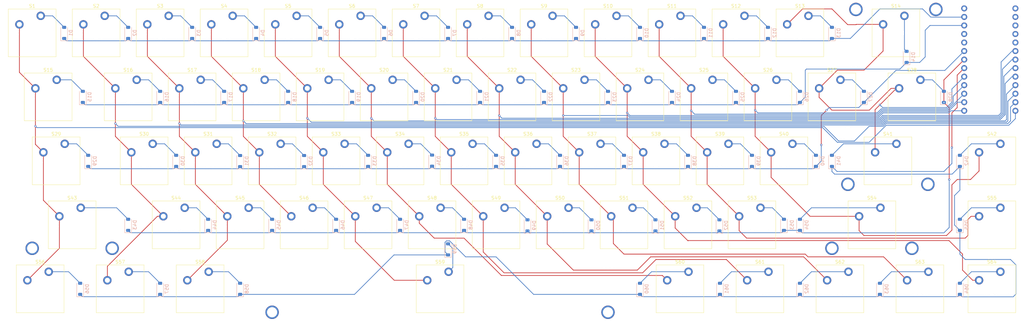
<source format=kicad_pcb>
(kicad_pcb (version 20240108) (generator "pcbnew") (generator_version "8.0")
  (layers (0 "F.Cu" signal) (31 "B.Cu" signal) (34 "B.Paste" user) (35 "F.Paste" user) (36 "B.SilkS" user "B.Silkscreen") (37 "F.SilkS" user "F.Silkscreen") (38 "B.Mask" user) (39 "F.Mask" user) (44 "Edge.Cuts" user))
  (net 0 "")
  (net 1 "Net-(D1-A)")
  (net 2 "Row 0")
  (net 3 "Net-(D2-A)")
  (net 4 "Net-(D3-A)")
  (net 5 "Net-(D4-A)")
  (net 6 "Net-(D5-A)")
  (net 7 "Net-(D6-A)")
  (net 8 "Net-(D7-A)")
  (net 9 "Net-(D8-A)")
  (net 10 "Net-(D9-A)")
  (net 11 "Net-(D10-A)")
  (net 12 "Net-(D11-A)")
  (net 13 "Net-(D12-A)")
  (net 14 "Net-(D13-A)")
  (net 15 "Net-(D14-A)")
  (net 16 "Net-(D15-A)")
  (net 17 "Row 1")
  (net 18 "Net-(D16-A)")
  (net 19 "Net-(D17-A)")
  (net 20 "Net-(D18-A)")
  (net 21 "Net-(D19-A)")
  (net 22 "Net-(D20-A)")
  (net 23 "Net-(D21-A)")
  (net 24 "Net-(D22-A)")
  (net 25 "Net-(D23-A)")
  (net 26 "Net-(D24-A)")
  (net 27 "Net-(D25-A)")
  (net 28 "Net-(D26-A)")
  (net 29 "Net-(D27-A)")
  (net 30 "Net-(D28-A)")
  (net 31 "Net-(D29-A)")
  (net 32 "Row 2")
  (net 33 "Net-(D30-A)")
  (net 34 "Net-(D31-A)")
  (net 35 "Net-(D32-A)")
  (net 36 "Net-(D33-A)")
  (net 37 "Net-(D34-A)")
  (net 38 "Net-(D35-A)")
  (net 39 "Net-(D36-A)")
  (net 40 "Net-(D37-A)")
  (net 41 "Net-(D38-A)")
  (net 42 "Net-(D39-A)")
  (net 43 "Net-(D41-A)")
  (net 44 "Net-(D43-A)")
  (net 45 "Row 3")
  (net 46 "Net-(D44-A)")
  (net 47 "Net-(D45-A)")
  (net 48 "Net-(D46-A)")
  (net 49 "Net-(D47-A)")
  (net 50 "Net-(D48-A)")
  (net 51 "Net-(D49-A)")
  (net 52 "Net-(D50-A)")
  (net 53 "Net-(D51-A)")
  (net 54 "Net-(D52-A)")
  (net 55 "Net-(D53-A)")
  (net 56 "Net-(D54-A)")
  (net 57 "Net-(D56-A)")
  (net 58 "Row 4")
  (net 59 "Net-(D57-A)")
  (net 60 "Net-(D58-A)")
  (net 61 "Net-(D59-A)")
  (net 62 "Net-(D60-A)")
  (net 63 "Net-(D61-A)")
  (net 64 "Net-(D62-A)")
  (net 65 "Net-(D63-A)")
  (net 66 "Column 0")
  (net 67 "Column 1")
  (net 68 "Column 2")
  (net 69 "Column 3")
  (net 70 "Column 4")
  (net 71 "Column 5")
  (net 72 "Column 6")
  (net 73 "Column 7")
  (net 74 "Column 8")
  (net 75 "Column 9")
  (net 76 "Column 10")
  (net 77 "Column 11")
  (net 78 "Column 12")
  (net 87 "Net-(D40-A)")
  (net 88 "Net-(D42-A)")
  (net 89 "Net-(D55-A)")
  (net 90 "Net-(D64-A)")
  (footprint "ScottoKeebs_MX:MX_PCB_1.00u" (layer "F.Cu") (at 100.0125 47.625)
    (property "Reference" "S33")
    (property "Value" "F")
  )
  (footprint "PCM_marbastlib-mx:STAB_MX_P_2u" (layer "F.Cu") (at 266.7 9.525)
    (property "Reference" "ST5" (hide yes))
    (property "Value" "STAB_BACKSPACE")
  )
  (footprint "ScottoKeebs_MX:MX_PCB_1.00u" (layer "F.Cu") (at 47.625 9.525)
    (property "Reference" "S3")
    (property "Value" "2")
  )
  (footprint "ScottoKeebs_MX:MX_PCB_1.00u" (layer "F.Cu") (at 204.7875 66.675)
    (property "Reference" "S52")
    (property "Value" "PERIOD")
  )
  (footprint "ScottoKeebs_MX:MX_PCB_1.00u" (layer "F.Cu") (at 85.725 9.525)
    (property "Reference" "S5")
    (property "Value" "4")
  )
  (footprint "PCM_marbastlib-mx:STAB_MX_P_6.25u" (layer "F.Cu") (at 130.96875 85.725 180)
    (property "Reference" "ST1" (hide yes))
    (property "Value" "STAB_SPACE")
  )
  (footprint "ScottoKeebs_MX:MX_PCB_1.00u" (layer "F.Cu") (at 80.9625 47.625)
    (property "Reference" "S32")
    (property "Value" "D")
  )
  (footprint "ScottoKeebs_MX:MX_PCB_1.00u" (layer "F.Cu") (at 9.525 9.525)
    (property "Reference" "S1")
    (property "Value" "ESC")
  )
  (footprint "ScottoKeebs_MX:MX_PCB_1.00u" (layer "F.Cu") (at 223.8375 66.675)
    (property "Reference" "S53")
    (property "Value" "FWDSLASH")
  )
  (footprint "PCM_marbastlib-mx:STAB_MX_P_2.25u" (layer "F.Cu") (at 21.43125 66.675 180)
    (property "Reference" "ST2" (hide yes))
    (property "Value" "STAB_L_SHIFT")
  )
  (footprint "ScottoKeebs_MX:MX_PCB_1.00u" (layer "F.Cu") (at 161.925 9.525)
    (property "Reference" "S9")
    (property "Value" "8")
  )
  (footprint "ScottoKeebs_MX:MX_PCB_1.75u" (layer "F.Cu") (at 16.66875 47.625)
    (property "Reference" "S29")
    (property "Value" "CAPS")
  )
  (footprint "ScottoKeebs_MX:MX_PCB_1.00u" (layer "F.Cu") (at 295.275 47.625)
    (property "Reference" "S42")
    (property "Value" "FUNCTION_BUTTON")
  )
  (footprint "ScottoKeebs_MX:MX_PCB_1.00u" (layer "F.Cu") (at 295.275 85.725)
    (property "Reference" "S64")
    (property "Value" "FUNCTION_BUTTON")
  )
  (footprint "ScottoKeebs_MX:MX_PCB_2.00u" (layer "F.Cu") (at 266.7 9.525)
    (property "Reference" "S14")
    (property "Value" "BACKSPACE")
  )
  (footprint "ScottoKeebs_MX:MX_PCB_2.25u" (layer "F.Cu") (at 21.43125 66.675)
    (property "Reference" "S43")
    (property "Value" "L_SHIFT")
  )
  (footprint "ScottoKeebs_MX:MX_PCB_1.00u" (layer "F.Cu") (at 66.675 9.525)
    (property "Reference" "S4")
    (property "Value" "3")
  )
  (footprint "ScottoKeebs_MX:MX_PCB_1.00u" (layer "F.Cu") (at 90.4875 66.675)
    (property "Reference" "S46")
    (property "Value" "C")
  )
  (footprint "ScottoKeebs_MX:MX_PCB_1.25u" (layer "F.Cu") (at 59.53125 85.725)
    (property "Reference" "S58")
    (property "Value" "L_ALT")
  )
  (footprint "ScottoKeebs_MX:MX_PCB_1.00u" (layer "F.Cu") (at 71.4375 66.675)
    (property "Reference" "S45")
    (property "Value" "X")
  )
  (footprint "ScottoKeebs_MX:MX_PCB_1.00u" (layer "F.Cu") (at 38.1 28.575)
    (property "Reference" "S16")
    (property "Value" "Q")
  )
  (footprint "ScottoKeebs_MX:MX_PCB_1.00u" (layer "F.Cu") (at 238.125 9.525)
    (property "Reference" "S13")
    (property "Value" "EQUALS")
  )
  (footprint "ScottoKeebs_MX:MX_PCB_1.25u" (layer "F.Cu") (at 250.03125 85.725)
    (property "Reference" "S62")
    (property "Value" "APP")
  )
  (footprint "ScottoKeebs_MX:MX_PCB_1.00u" (layer "F.Cu") (at 166.6875 66.675)
    (property "Reference" "S50")
    (property "Value" "M")
  )
  (footprint "ScottoKeebs_MX:MX_PCB_1.00u" (layer "F.Cu") (at 152.4 28.575)
    (property "Reference" "S22")
    (property "Value" "U")
  )
  (footprint "ScottoKeebs_MX:MX_PCB_1.00u" (layer "F.Cu") (at 247.65 28.575)
    (property "Reference" "S27")
    (property "Value" "R_BRACKET")
  )
  (footprint "ScottoKeebs_MX:MX_PCB_1.25u" (layer "F.Cu") (at 35.71875 85.725)
    (property "Reference" "S57")
    (property "Value" "L_GUI")
  )
  (footprint "ScottoKeebs_MX:MX_PCB_1.25u" (layer "F.Cu") (at 273.84375 85.725)
    (property "Reference" "S63")
    (property "Value" "R_CTRL")
  )
  (footprint "ScottoKeebs_MX:MX_PCB_1.00u" (layer "F.Cu") (at 295.275 66.675)
    (property "Reference" "S55")
    (property "Value" "FUNCTION_BUTTON")
  )
  (footprint "ScottoKeebs_MX:MX_PCB_1.00u" (layer "F.Cu") (at 171.45 28.575)
    (property "Reference" "S23")
    (property "Value" "I")
  )
  (footprint "ScottoKeebs_MX:MX_PCB_1.25u" (layer "F.Cu") (at 202.40625 85.725)
    (property "Reference" "S60")
    (property "Value" "R_ALT")
  )
  (footprint "ScottoKeebs_MX:MX_PCB_1.00u" (layer "F.Cu") (at 219.075 9.525)
    (property "Reference" "S12")
    (property "Value" "MINUS")
  )
  (footprint "PCM_marbastlib-mx:STAB_MX_P_2.75u" (layer "F.Cu") (at 259.55625 66.675 180)
    (property "Reference" "ST3" (hide yes))
    (property "Value" "STAB_R_SHIFT")
  )
  (footprint "ScottoKeebs_MX:MX_PCB_1.00u" (layer "F.Cu") (at 138.1125 47.625)
    (property "Reference" "S35")
    (property "Value" "H")
  )
  (footprint "ScottoKeebs_MCU:Adafruit_KB2040" (layer "F.Cu") (at 294.651496 17.4625)
    (property "Reference" "U1" (hide yes))
    (property "Value" "~" (hide yes))
  )
  (footprint "ScottoKeebs_MX:MX_PCB_1.00u" (layer "F.Cu") (at 28.575 9.525)
    (property "Reference" "S2")
    (property "Value" "1")
  )
  (footprint "ScottoKeebs_MX:MX_PCB_1.50u" (layer "F.Cu") (at 271.4625 28.575)
    (property "Reference" "S28")
    (property "Value" "BACKSLASH")
  )
  (footprint "ScottoKeebs_MX:MX_PCB_1.25u" (layer "F.Cu") (at 226.21875 85.725)
    (property "Reference" "S61")
    (property "Value" "R_GUI")
  )
  (footprint "ScottoKeebs_MX:MX_PCB_1.00u" (layer "F.Cu") (at 133.35 28.575)
    (property "Reference" "S21")
    (property "Value" "Y")
  )
  (footprint "ScottoKeebs_MX:MX_PCB_1.00u" (layer "F.Cu") (at 176.2125 47.625)
    (property "Reference" "S37")
    (property "Value" "K")
  )
  (footprint "ScottoKeebs_MX:MX_PCB_1.00u" (layer "F.Cu") (at 228.6 28.575)
    (property "Reference" "S26")
    (property "Value" "L_BRACKET")
  )
  (footprint "ScottoKeebs_MX:MX_PCB_1.00u" (layer "F.Cu") (at 42.8625 47.625)
    (property "Reference" "S30")
    (property "Value" "A")
  )
  (footprint "ScottoKeebs_MX:MX_PCB_1.00u" (layer "F.Cu") (at 209.55 28.575)
    (property "Reference" "S25")
    (property "Value" "P")
  )
  (footprint "ScottoKeebs_MX:MX_PCB_1.00u" (layer "F.Cu") (at 95.25 28.575)
    (property "Reference" "S19")
    (property "Value" "R")
  )
  (footprint "ScottoKeebs_MX:MX_PCB_1.00u" (layer "F.Cu") (at 61.9125 47.625)
    (property "Reference" "S31")
    (property "Value" "S")
  )
  (footprint "ScottoKeebs_MX:MX_PCB_1.00u" (layer "F.Cu") (at 109.5375 66.675)
    (property "Reference" "S47")
    (property "Value" "V")
  )
  (footprint "ScottoKeebs_MX:MX_PCB_1.00u" (layer "F.Cu") (at 114.3 28.575)
    (property "Reference" "S20")
    (property "Value" "T")
  )
  (footprint "ScottoKeebs_MX:MX_PCB_1.00u" (layer "F.Cu") (at 128.5875 66.675)
    (property "Reference" "S48")
    (property "Value" "B")
  )
  (footprint "ScottoKeebs_MX:MX_PCB_1.25u" (layer "F.Cu") (at 11.90625 85.725)
    (property "Reference" "S56")
    (property "Value" "L_CTRL")
  )
  (footprint "ScottoKeebs_MX:MX_PCB_1.00u" (layer "F.Cu") (at 214.3125 47.625)
    (property "Reference" "S39")
    (property "Value" "SEMICOLON")
  )
  (footprint "ScottoKeebs_MX:MX_PCB_1.00u" (layer "F.Cu") (at 123.825 9.525)
    (property "Reference" "S7")
    (property "Value" "6")
  )
  (footprint "ScottoKeebs_MX:MX_PCB_6.25u" (layer "F.Cu") (at 130.96875 85.725)
    (property "Reference" "S59")
    (property "Value" "SPACE")
  )
  (footprint "ScottoKeebs_MX:MX_PCB_1.00u" (layer "F.Cu") (at 190.5 28.575)
    (property "Reference" "S24")
    (property "Value" "O")
  )
  (footprint "ScottoKeebs_MX:MX_PCB_1.00u" (layer "F.Cu") (at 157.1625 47.625)
    (property "Reference" "S36")
    (property "Value" "J")
  )
  (footprint "ScottoKeebs_MX:MX_PCB_2.25u" (layer "F.Cu") (at 264.31875 47.625)
    (property "Reference" "S41")
    (property "Value" "ENTER")
  )
  (footprint "ScottoKeebs_MX:MX_PCB_2.75u" (layer "F.Cu") (at 259.55625 66.675)
    (property "Reference" "S54")
    (property "Value" "R_SHIFT")
  )
  (footprint "ScottoKeebs_MX:MX_PCB_1.00u" (layer "F.Cu") (at 104.775 9.525)
    (property "Reference" "S6")
    (property "Value" "5")
  )
  (footprint "ScottoKeebs_MX:MX_PCB_1.00u" (layer "F.Cu") (at 52.3875 66.675)
    (property "Reference" "S44")
    (property "Value" "Z")
  )
  (footprint "ScottoKeebs_MX:MX_PCB_1.00u" (layer "F.Cu") (at 119.0625 47.625)
    (property "Reference" "S34")
    (property "Value" "G")
  )
  (footprint "ScottoKeebs_MX:MX_PCB_1.00u" (layer "F.Cu") (at 233.3625 47.625)
    (property "Reference" "S40")
    (property "Value" "QUOTE")
  )
  (footprint "PCM_marbastlib-mx:STAB_MX_P_2.25u" (layer "F.Cu") (at 264.31875 47.625 180)
    (property "Reference" "ST4" (hide yes))
    (property "Value" "STAB_ENTER")
  )
  (footprint "ScottoKeebs_MX:MX_PCB_1.50u" (layer "F.Cu") (at 14.2875 28.575)
    (property "Reference" "S15")
    (property "Value" "TAB")
  )
  (footprint "ScottoKeebs_MX:MX_PCB_1.00u" (layer "F.Cu") (at 76.2 28.575)
    (property "Reference" "S18")
    (property "Value" "E")
  )
  (footprint "ScottoKeebs_MX:MX_PCB_1.00u" (layer "F.Cu") (at 57.15 28.575)
    (property "Reference" "S17")
    (property "Value" "W")
  )
  (footprint "ScottoKeebs_MX:MX_PCB_1.00u" (layer "F.Cu") (at 200.025 9.525)
    (property "Reference" "S11")
    (property "Value" "0")
  )
  (footprint "ScottoKeebs_MX:MX_PCB_1.00u" (layer "F.Cu") (at 147.6375 66.675)
    (property "Reference" "S49")
    (property "Value" "N")
  )
  (footprint "ScottoKeebs_MX:MX_PCB_1.00u" (layer "F.Cu") (at 185.7375 66.675)
    (property "Reference" "S51")
    (property "Value" "COMMA")
  )
  (footprint "ScottoKeebs_MX:MX_PCB_1.00u" (layer "F.Cu") (at 180.975 9.525)
    (property "Reference" "S10")
    (property "Value" "9")
  )
  (footprint "ScottoKeebs_MX:MX_PCB_1.00u" (layer "F.Cu") (at 142.875 9.525)
    (property "Reference" "S8")
    (property "Value" "7")
  )
  (footprint "ScottoKeebs_MX:MX_PCB_1.00u" (layer "F.Cu") (at 195.2625 47.625)
    (property "Reference" "S38")
    (property "Value" "L")
  )
  (footprint "Diode_SMD:D_SOD-123" (layer "B.Cu") (at 133.35 9.525 90)
    (property "Reference" "D7")
    (property "Value" "1N4148W")
  )
  (footprint "Diode_SMD:D_SOD-123" (layer "B.Cu") (at 195.10375 66.83375 90)
    (property "Reference" "D51")
    (property "Value" "1N4148W")
  )
  (footprint "Diode_SMD:D_SOD-123" (layer "B.Cu") (at 38.1 9.525 90)
    (property "Reference" "D2")
    (property "Value" "1N4148W")
  )
  (footprint "Diode_SMD:D_SOD-123" (layer "B.Cu") (at 38.1 66.675 90)
    (property "Reference" "D43")
    (property "Value" "1N4148W")
  )
  (footprint "Diode_SMD:D_SOD-123" (layer "B.Cu") (at 24.60625 28.575 90)
    (property "Reference" "D15")
    (property "Value" "1N4148W")
  )
  (footprint "Diode_SMD:D_SOD-123" (layer "B.Cu") (at 47.625 28.575 90)
    (property "Reference" "D16")
    (property "Value" "1N4148W")
  )
  (footprint "Diode_SMD:D_SOD-123" (layer "B.Cu") (at 285.75 66.675 90)
    (property "Reference" "D55")
    (property "Value" "1N4148W")
  )
  (footprint "Diode_SMD:D_SOD-123" (layer "B.Cu") (at 185.7375 47.625 90)
    (property "Reference" "D37")
    (property "Value" "1N4148W")
  )
  (footprint "Diode_SMD:D_SOD-123" (layer "B.Cu") (at 119.0625 66.675 90)
    (property "Reference" "D47")
    (property "Value" "1N4148W")
  )
  (footprint "Diode_SMD:D_SOD-123" (layer "B.Cu") (at 223.8375 47.625 90)
    (property "Reference" "D39")
    (property "Value" "1N4148W")
  )
  (footprint "Diode_SMD:D_SOD-123" (layer "B.Cu") (at 238.125 28.575 90)
    (property "Reference" "D26")
    (property "Value" "1N4148W")
  )
  (footprint "Diode_SMD:D_SOD-123" (layer "B.Cu") (at 80.9625 66.675 90)
    (property "Reference" "D45")
    (property "Value" "1N4148W")
  )
  (footprint "Diode_SMD:D_SOD-123" (layer "B.Cu") (at 247.65 9.525 90)
    (property "Reference" "D13")
    (property "Value" "1N4148W")
  )
  (footprint "Diode_SMD:D_SOD-123" (layer "B.Cu") (at 269.875 16.66875 90)
    (property "Reference" "D14")
    (property "Value" "1N4148W")
  )
  (footprint "Diode_SMD:D_SOD-123" (layer "B.Cu") (at 214.3125 85.725 90)
    (property "Reference" "D61")
    (property "Value" "1N4148W")
  )
  (footprint "Diode_SMD:D_SOD-123" (layer "B.Cu") (at 285.75 47.625 90)
    (property "Reference" "D42")
    (property "Value" "1N4148W")
  )
  (footprint "Diode_SMD:D_SOD-123" (layer "B.Cu") (at 66.675 28.575 90)
    (property "Reference" "D17")
    (property "Value" "1N4148W")
  )
  (footprint "Diode_SMD:D_SOD-123" (layer "B.Cu") (at 209.55 9.525 90)
    (property "Reference" "D11")
    (property "Value" "1N4148W")
  )
  (footprint "Diode_SMD:D_SOD-123" (layer "B.Cu") (at 147.6375 47.625 90)
    (property "Reference" "D35")
    (property "Value" "1N4148W")
  )
  (footprint "Diode_SMD:D_SOD-123" (layer "B.Cu") (at 190.5 85.725 90)
    (property "Reference" "D60")
    (property "Value" "1N4148W")
  )
  (footprint "Diode_SMD:D_SOD-123" (layer "B.Cu") (at 138.1125 66.675 90)
    (property "Reference" "D48")
    (property "Value" "1N4148W")
  )
  (footprint "Diode_SMD:D_SOD-123" (layer "B.Cu") (at 176.05375 66.83375 90)
    (property "Reference" "D50")
    (property "Value" "1N4148W")
  )
  (footprint "Diode_SMD:D_SOD-123" (layer "B.Cu") (at 52.3875 47.625 90)
    (property "Reference" "D30")
    (property "Value" "1N4148W")
  )
  (footprint "Diode_SMD:D_SOD-123" (layer "B.Cu") (at 161.925 28.575 90)
    (property "Reference" "D22")
    (property "Value" "1N4148W")
  )
  (footprint "Diode_SMD:D_SOD-123" (layer "B.Cu") (at 133.35 73.9775 90)
    (property "Reference" "D59")
    (property "Value" "1N4148W")
  )
  (footprint "Diode_SMD:D_SOD-123" (layer "B.Cu") (at 95.25 9.525 90)
    (property "Reference" "D5")
    (property "Value" "1N4148W")
  )
  (footprint "Diode_SMD:D_SOD-123" (layer "B.Cu") (at 219.075 28.575 90)
    (property "Reference" "D25")
    (property "Value" "1N4148W")
  )
  (footprint "Diode_SMD:D_SOD-123" (layer "B.Cu") (at 128.5875 47.5625 90)
    (property "Reference" "D34")
    (property "Value" "1N4148W")
  )
  (footprint "Diode_SMD:D_SOD-123" (layer "B.Cu") (at 166.6875 47.625 90)
    (property "Reference" "D36")
    (property "Value" "1N4148W")
  )
  (footprint "Diode_SMD:D_SOD-123" (layer "B.Cu") (at 233.3625 66.675 90)
    (property "Reference" "D53")
    (property "Value" "1N4148W")
  )
  (footprint "Diode_SMD:D_SOD-123" (layer "B.Cu") (at 247.65 47.625 90)
    (property "Reference" "D41")
    (property "Value" "1N4148W")
  )
  (footprint "Diode_SMD:D_SOD-123" (layer "B.Cu") (at 142.875 28.575 90)
    (property "Reference" "D21")
    (property "Value" "1N4148W")
  )
  (footprint "Diode_SMD:D_SOD-123" (layer "B.Cu") (at 114.3 9.525 90)
    (property "Reference" "D6")
    (property "Value" "1N4148W")
  )
  (footprint "Diode_SMD:D_SOD-123" (layer "B.Cu") (at 57.15 9.525 90)
    (property "Reference" "D3")
    (property "Value" "1N4148W")
  )
  (footprint "Diode_SMD:D_SOD-123" (layer "B.Cu") (at 123.825 28.575 90)
    (property "Reference" "D20")
    (property "Value" "1N4148W")
  )
  (footprint "Diode_SMD:D_SOD-123" (layer "B.Cu") (at 190.5 9.525 90)
    (property "Reference" "D10")
    (property "Value" "1N4148W")
  )
  (footprint "Diode_SMD:D_SOD-123" (layer "B.Cu") (at 19.05 9.525 90)
    (property "Reference" "D1")
    (property "Value" "1N4148W")
  )
  (footprint "Diode_SMD:D_SOD-123" (layer "B.Cu") (at 71.4375 47.6875 90)
    (property "Reference" "D31")
    (property "Value" "1N4148W")
  )
  (footprint "Diode_SMD:D_SOD-123" (layer "B.Cu") (at 200.025 28.575 90)
    (property "Reference" "D24")
    (property "Value" "1N4148W")
  )
  (footprint "Diode_SMD:D_SOD-123" (layer "B.Cu") (at 90.4875 47.6875 90)
    (property "Reference" "D32")
    (property "Value" "1N4148W")
  )
  (footprint "Diode_SMD:D_SOD-123" (layer "B.Cu") (at 180.975 28.575 90)
    (property "Reference" "D23")
    (property "Value" "1N4148W")
  )
  (footprint "Diode_SMD:D_SOD-123" (layer "B.Cu") (at 261.9375 85.725 90)
    (property "Reference" "D63")
    (property "Value" "1N4148W")
  )
  (footprint "Diode_SMD:D_SOD-123" (layer "B.Cu") (at 104.775 28.575 90)
    (property "Reference" "D19")
    (property "Value" "1N4148W")
  )
  (footprint "Diode_SMD:D_SOD-123" (layer "B.Cu") (at 23.8125 85.725 90)
    (property "Reference" "D56")
    (property "Value" "1N4148W")
  )
  (footprint "Diode_SMD:D_SOD-123" (layer "B.Cu") (at 76.2 9.525 90)
    (property "Reference" "D4")
    (property "Value" "1N4148W")
  )
  (footprint "Diode_SMD:D_SOD-123" (layer "B.Cu") (at 152.4 9.525 90)
    (property "Reference" "D8")
    (property "Value" "1N4148W")
  )
  (footprint "Diode_SMD:D_SOD-123" (layer "B.Cu") (at 285.75 85.725 90)
    (property "Reference" "D64")
    (property "Value" "1N4148W")
  )
  (footprint "Diode_SMD:D_SOD-123" (layer "B.Cu") (at 100.0125 66.675 90)
    (property "Reference" "D46")
    (property "Value" "1N4148W")
  )
  (footprint "Diode_SMD:D_SOD-123" (layer "B.Cu") (at 71.4375 85.725 90)
    (property "Reference" "D58")
    (property "Value" "1N4148W")
  )
  (footprint "Diode_SMD:D_SOD-123" (layer "B.Cu") (at 214.15375 66.83375 90)
    (property "Reference" "D52")
    (property "Value" "1N4148W")
  )
  (footprint "Diode_SMD:D_SOD-123" (layer "B.Cu") (at 257.175 28.575 90)
    (property "Reference" "D27")
    (property "Value" "1N4148W")
  )
  (footprint "Diode_SMD:D_SOD-123" (layer "B.Cu") (at 204.7875 47.625 90)
    (property "Reference" "D38")
    (property "Value" "1N4148W")
  )
  (footprint "Diode_SMD:D_SOD-123" (layer "B.Cu") (at 61.9125 66.675 90)
    (property "Reference" "D44")
    (property "Value" "1N4148W")
  )
  (footprint "Diode_SMD:D_SOD-123" (layer "B.Cu") (at 47.625 85.725 90)
    (property "Reference" "D57")
    (property "Value" "1N4148W")
  )
  (footprint "Diode_SMD:D_SOD-123" (layer "B.Cu") (at 171.45 9.525 90)
    (property "Reference" "D9")
    (property "Value" "1N4148W")
  )
  (footprint "Diode_SMD:D_SOD-123" (layer "B.Cu") (at 26.19375 47.625 90)
    (property "Reference" "D29")
    (property "Value" "1N4148W")
  )
  (footprint "Diode_SMD:D_SOD-123" (layer "B.Cu") (at 238.125 85.725 90)
    (property "Reference" "D62")
    (property "Value" "1N4148W")
  )
  (footprint "Diode_SMD:D_SOD-123" (layer "B.Cu") (at 85.725 28.575 90)
    (property "Reference" "D18")
    (property "Value" "1N4148W")
  )
  (footprint "Diode_SMD:D_SOD-123" (layer "B.Cu") (at 109.5375 47.625 90)
    (property "Reference" "D33")
    (property "Value" "1N4148W")
  )
  (footprint "Diode_SMD:D_SOD-123" (layer "B.Cu") (at 238.125 66.675 90)
    (property "Reference" "D54")
    (property "Value" "1N4148W")
  )
  (footprint "Diode_SMD:D_SOD-123" (layer "B.Cu") (at 280.9875 28.575 90)
    (property "Reference" "D28")
    (property "Value" "1N4148W")
  )
  (footprint "Diode_SMD:D_SOD-123" (layer "B.Cu") (at 157.00375 66.83375 90)
    (property "Reference" "D49")
    (property "Value" "1N4148W")
  )
  (footprint "Diode_SMD:D_SOD-123" (layer "B.Cu") (at 242.8875 47.625 90)
    (property "Reference" "D40")
    (property "Value" "1N4148W")
  )
  (footprint "Diode_SMD:D_SOD-123" (layer "B.Cu") (at 228.6 9.525 90)
    (property "Reference" "D12")
    (property "Value" "1N4148W")
  )
  (segment (start 15.62 4.445) (end 19.05 7.875) (width 0.2) (layer "B.Cu") (net 1))
  (segment (start 12.065 4.445) (end 15.62 4.445) (width 0.2) (layer "B.Cu") (net 1))
  (segment (start 228.6 11.175) (end 229.3 11.875) (width 0.2) (layer "B.Cu") (net 2))
  (segment (start 38.1 11.175) (end 38.8 11.875) (width 0.2) (layer "B.Cu") (net 2))
  (segment (start 208.85 11.875) (end 209.55 11.175) (width 0.2) (layer "B.Cu") (net 2))
  (segment (start 261.9375 2.38125) (end 274.6375 2.38125) (width 0.2) (layer "B.Cu") (net 2))
  (segment (start 133.35 11.175) (end 134.05 11.875) (width 0.2) (layer "B.Cu") (net 2))
  (segment (start 152.4 11.175) (end 153.1 11.875) (width 0.2) (layer "B.Cu") (net 2))
  (segment (start 286.973996 4.84) (end 287.041496 4.7725) (width 0.2) (layer "B.Cu") (net 2))
  (segment (start 94.55 11.875) (end 95.25 11.175) (width 0.2) (layer "B.Cu") (net 2))
  (segment (start 190.5 11.175) (end 191.2 11.875) (width 0.2) (layer "B.Cu") (net 2))
  (segment (start 113.6 11.875) (end 114.3 11.175) (width 0.2) (layer "B.Cu") (net 2))
  (segment (start 151.7 11.875) (end 152.4 11.175) (width 0.2) (layer "B.Cu") (net 2))
  (segment (start 227.9 11.875) (end 228.6 11.175) (width 0.2) (layer "B.Cu") (net 2))
  (segment (start 171.45 11.175) (end 172.15 11.875) (width 0.2) (layer "B.Cu") (net 2))
  (segment (start 37.4 11.875) (end 38.1 11.175) (width 0.2) (layer "B.Cu") (net 2))
  (segment (start 134.05 11.875) (end 151.7 11.875) (width 0.2) (layer "B.Cu") (net 2))
  (segment (start 172.15 11.875) (end 189.8 11.875) (width 0.2) (layer "B.Cu") (net 2))
  (segment (start 189.8 11.875) (end 190.5 11.175) (width 0.2) (layer "B.Cu") (net 2))
  (segment (start 38.8 11.875) (end 56.45 11.875) (width 0.2) (layer "B.Cu") (net 2))
  (segment (start 246.95 11.875) (end 247.65 11.175) (width 0.2) (layer "B.Cu") (net 2))
  (segment (start 247.65 11.175) (end 253.14375 11.175) (width 0.2) (layer "B.Cu") (net 2))
  (segment (start 253.14375 11.175) (end 261.9375 2.38125) (width 0.2) (layer "B.Cu") (net 2))
  (segment (start 229.3 11.875) (end 246.95 11.875) (width 0.2) (layer "B.Cu") (net 2))
  (segment (start 209.55 11.175) (end 210.25 11.875) (width 0.2) (layer "B.Cu") (net 2))
  (segment (start 75.5 11.875) (end 76.2 11.175) (width 0.2) (layer "B.Cu") (net 2))
  (segment (start 76.2 11.175) (end 76.9 11.875) (width 0.2) (layer "B.Cu") (net 2))
  (segment (start 95.95 11.875) (end 113.6 11.875) (width 0.2) (layer "B.Cu") (net 2))
  (segment (start 210.25 11.875) (end 227.9 11.875) (width 0.2) (layer "B.Cu") (net 2))
  (segment (start 57.15 11.175) (end 57.85 11.875) (width 0.2) (layer "B.Cu") (net 2))
  (segment (start 76.9 11.875) (end 94.55 11.875) (width 0.2) (layer "B.Cu") (net 2))
  (segment (start 114.3 11.175) (end 115 11.875) (width 0.2) (layer "B.Cu") (net 2))
  (segment (start 153.1 11.875) (end 170.75 11.875) (width 0.2) (layer "B.Cu") (net 2))
  (segment (start 115 11.875) (end 132.65 11.875) (width 0.2) (layer "B.Cu") (net 2))
  (segment (start 277.09625 4.84) (end 286.973996 4.84) (width 0.2) (layer "B.Cu") (net 2))
  (segment (start 191.2 11.875) (end 208.85 11.875) (width 0.2) (layer "B.Cu") (net 2))
  (segment (start 170.75 11.875) (end 171.45 11.175) (width 0.2) (layer "B.Cu") (net 2))
  (segment (start 56.45 11.875) (end 57.15 11.175) (width 0.2) (layer "B.Cu") (net 2))
  (segment (start 19.75 11.875) (end 37.4 11.875) (width 0.2) (layer "B.Cu") (net 2))
  (segment (start 95.25 11.175) (end 95.95 11.875) (width 0.2) (layer "B.Cu") (net 2))
  (segment (start 132.65 11.875) (end 133.35 11.175) (width 0.2) (layer "B.Cu") (net 2))
  (segment (start 19.05 11.175) (end 19.75 11.875) (width 0.2) (layer "B.Cu") (net 2))
  (segment (start 274.6375 2.38125) (end 277.09625 4.84) (width 0.2) (layer "B.Cu") (net 2))
  (segment (start 57.85 11.875) (end 75.5 11.875) (width 0.2) (layer "B.Cu") (net 2))
  (segment (start 34.67 4.445) (end 38.1 7.875) (width 0.2) (layer "B.Cu") (net 3))
  (segment (start 31.115 4.445) (end 34.67 4.445) (width 0.2) (layer "B.Cu") (net 3))
  (segment (start 53.72 4.445) (end 57.15 7.875) (width 0.2) (layer "B.Cu") (net 4))
  (segment (start 50.165 4.445) (end 53.72 4.445) (width 0.2) (layer "B.Cu") (net 4))
  (segment (start 72.77 4.445) (end 76.2 7.875) (width 0.2) (layer "B.Cu") (net 5))
  (segment (start 69.215 4.445) (end 72.77 4.445) (width 0.2) (layer "B.Cu") (net 5))
  (segment (start 91.82 4.445) (end 95.25 7.875) (width 0.2) (layer "B.Cu") (net 6))
  (segment (start 88.265 4.445) (end 91.82 4.445) (width 0.2) (layer "B.Cu") (net 6))
  (segment (start 107.315 4.445) (end 110.87 4.445) (width 0.2) (layer "B.Cu") (net 7))
  (segment (start 110.87 4.445) (end 114.3 7.875) (width 0.2) (layer "B.Cu") (net 7))
  (segment (start 129.92 4.445) (end 133.35 7.875) (width 0.2) (layer "B.Cu") (net 8))
  (segment (start 126.365 4.445) (end 129.92 4.445) (width 0.2) (layer "B.Cu") (net 8))
  (segment (start 148.97 4.445) (end 152.4 7.875) (width 0.2) (layer "B.Cu") (net 9))
  (segment (start 145.415 4.445) (end 148.97 4.445) (width 0.2) (layer "B.Cu") (net 9))
  (segment (start 168.02 4.445) (end 171.45 7.875) (width 0.2) (layer "B.Cu") (net 10))
  (segment (start 164.465 4.445) (end 168.02 4.445) (width 0.2) (layer "B.Cu") (net 10))
  (segment (start 187.07 4.445) (end 190.5 7.875) (width 0.2) (layer "B.Cu") (net 11))
  (segment (start 183.515 4.445) (end 187.07 4.445) (width 0.2) (layer "B.Cu") (net 11))
  (segment (start 202.565 4.445) (end 206.12 4.445) (width 0.2) (layer "B.Cu") (net 12))
  (segment (start 206.12 4.445) (end 209.55 7.875) (width 0.2) (layer "B.Cu") (net 12))
  (segment (start 225.17 4.445) (end 228.6 7.875) (width 0.2) (layer "B.Cu") (net 13))
  (segment (start 221.615 4.445) (end 225.17 4.445) (width 0.2) (layer "B.Cu") (net 13))
  (segment (start 240.665 4.445) (end 244.22 4.445) (width 0.2) (layer "B.Cu") (net 14))
  (segment (start 244.22 4.445) (end 247.65 7.875) (width 0.2) (layer "B.Cu") (net 14))
  (segment (start 269.24 14.38375) (end 269.875 15.01875) (width 0.2) (layer "B.Cu") (net 15))
  (segment (start 269.24 4.445) (end 269.24 14.38375) (width 0.2) (layer "B.Cu") (net 15))
  (segment (start 21.17625 23.495) (end 24.60625 26.925) (width 0.2) (layer "B.Cu") (net 16))
  (segment (start 16.8275 23.495) (end 21.17625 23.495) (width 0.2) (layer "B.Cu") (net 16))
  (segment (start 85.025 30.925) (end 85.725 30.225) (width 0.2) (layer "B.Cu") (net 17))
  (segment (start 85.725 30.225) (end 86.425 30.925) (width 0.2) (layer "B.Cu") (net 17))
  (segment (start 200.725 30.925) (end 218.375 30.925) (width 0.2) (layer "B.Cu") (net 17))
  (segment (start 238.125 30.225) (end 239.7125 28.6375) (width 0.2) (layer "B.Cu") (net 17))
  (segment (start 104.075 30.925) (end 104.775 30.225) (width 0.2) (layer "B.Cu") (net 17))
  (segment (start 275.43125 16.66875) (end 275.43125 8.73125) (width 0.2) (layer "B.Cu") (net 17))
  (segment (start 161.225 30.925) (end 161.925 30.225) (width 0.2) (layer "B.Cu") (net 17))
  (segment (start 180.275 30.925) (end 180.975 30.225) (width 0.2) (layer "B.Cu") (net 17))
  (segment (start 143.575 30.925) (end 161.225 30.925) (width 0.2) (layer "B.Cu") (net 17))
  (segment (start 275.43125 8.73125) (end 276.85 7.3125) (width 0.2) (layer "B.Cu") (net 17))
  (segment (start 25.30625 30.925) (end 46.925 30.925) (width 0.2) (layer "B.Cu") (net 17))
  (segment (start 273.78125 18.31875) (end 275.43125 16.66875) (width 0.2) (layer "B.Cu") (net 17))
  (segment (start 218.375 30.925) (end 219.075 30.225) (width 0.2) (layer "B.Cu") (net 17))
  (segment (start 24.60625 30.225) (end 25.30625 30.925) (width 0.2) (layer "B.Cu") (net 17))
  (segment (start 269.875 18.31875) (end 273.78125 18.31875) (width 0.2) (layer "B.Cu") (net 17))
  (segment (start 142.175 30.925) (end 142.875 30.225) (width 0.2) (layer "B.Cu") (net 17))
  (segment (start 104.775 30.225) (end 105.475 30.925) (width 0.2) (layer "B.Cu") (net 17))
  (segment (start 46.925 30.925) (end 47.625 30.225) (width 0.2) (layer "B.Cu") (net 17))
  (segment (start 66.675 30.225) (end 67.375 30.925) (width 0.2) (layer "B.Cu") (net 17))
  (segment (start 219.075 30.225) (end 219.775 30.925) (width 0.2) (layer "B.Cu") (net 17))
  (segment (start 123.825 30.225) (end 124.525 30.925) (width 0.2) (layer "B.Cu") (net 17))
  (segment (start 65.975 30.925) (end 66.675 30.225) (width 0.2) (layer "B.Cu") (net 17))
  (segment (start 124.525 30.925) (end 142.175 30.925) (width 0.2) (layer "B.Cu") (net 17))
  (segment (start 219.775 30.925) (end 237.425 30.925) (width 0.2) (layer "B.Cu") (net 17))
  (segment (start 237.425 30.925) (end 238.125 30.225) (width 0.2) (layer "B.Cu") (net 17))
  (segment (start 267.89375 20.3) (end 269.875 18.31875) (width 0.2) (layer "B.Cu") (net 17))
  (segment (start 86.425 30.925) (end 104.075 30.925) (width 0.2) (layer "B.Cu") (net 17))
  (segment (start 199.325 30.925) (end 200.025 30.225) (width 0.2) (layer "B.Cu") (net 17))
  (segment (start 48.325 30.925) (end 65.975 30.925) (width 0.2) (layer "B.Cu") (net 17))
  (segment (start 162.625 30.925) (end 180.275 30.925) (width 0.2) (layer "B.Cu") (net 17))
  (segment (start 67.375 30.925) (end 85.025 30.925) (width 0.2) (layer "B.Cu") (net 17))
  (segment (start 181.675 30.925) (end 199.325 30.925) (width 0.2) (layer "B.Cu") (net 17))
  (segment (start 180.975 30.225) (end 181.675 30.925) (width 0.2) (layer "B.Cu") (net 17))
  (segment (start 47.625 30.225) (end 48.325 30.925) (width 0.2) (layer "B.Cu") (net 17))
  (segment (start 123.125 30.925) (end 123.825 30.225) (width 0.2) (layer "B.Cu") (net 17))
  (segment (start 239.7125 20.6375) (end 240.05 20.3) (width 0.2) (layer "B.Cu") (net 17))
  (segment (start 161.925 30.225) (end 162.625 30.925) (width 0.2) (layer "B.Cu") (net 17))
  (segment (start 142.875 30.225) (end 143.575 30.925) (width 0.2) (layer "B.Cu") (net 17))
  (segment (start 240.05 20.3) (end 267.89375 20.3) (width 0.2) (layer "B.Cu") (net 17))
  (segment (start 200.025 30.225) (end 200.725 30.925) (width 0.2) (layer "B.Cu") (net 17))
  (segment (start 276.85 7.3125) (end 287.041496 7.3125) (width 0.2) (layer "B.Cu") (net 17))
  (segment (start 105.475 30.925) (end 123.125 30.925) (width 0.2) (layer "B.Cu") (net 17))
  (segment (start 239.7125 28.6375) (end 239.7125 20.6375) (width 0.2) (layer "B.Cu") (net 17))
  (segment (start 44.195 23.495) (end 47.625 26.925) (width 0.2) (layer "B.Cu") (net 18))
  (segment (start 40.64 23.495) (end 44.195 23.495) (width 0.2) (layer "B.Cu") (net 18))
  (segment (start 63.245 23.495) (end 66.675 26.925) (width 0.2) (layer "B.Cu") (net 19))
  (segment (start 59.69 23.495) (end 63.245 23.495) (width 0.2) (layer "B.Cu") (net 19))
  (segment (start 78.74 23.495) (end 82.295 23.495) (width 0.2) (layer "B.Cu") (net 20))
  (segment (start 82.295 23.495) (end 85.725 26.925) (width 0.2) (layer "B.Cu") (net 20))
  (segment (start 101.345 23.495) (end 104.775 26.925) (width 0.2) (layer "B.Cu") (net 21))
  (segment (start 97.79 23.495) (end 101.345 23.495) (width 0.2) (layer "B.Cu") (net 21))
  (segment (start 120.395 23.495) (end 123.825 26.925) (width 0.2) (layer "B.Cu") (net 22))
  (segment (start 116.84 23.495) (end 120.395 23.495) (width 0.2) (layer "B.Cu") (net 22))
  (segment (start 135.89 23.495) (end 139.445 23.495) (width 0.2) (layer "B.Cu") (net 23))
  (segment (start 139.445 23.495) (end 142.875 26.925) (width 0.2) (layer "B.Cu") (net 23))
  (segment (start 158.495 23.495) (end 161.925 26.925) (width 0.2) (layer "B.Cu") (net 24))
  (segment (start 154.94 23.495) (end 158.495 23.495) (width 0.2) (layer "B.Cu") (net 24))
  (segment (start 177.545 23.495) (end 180.975 26.925) (width 0.2) (layer "B.Cu") (net 25))
  (segment (start 173.99 23.495) (end 177.545 23.495) (width 0.2) (layer "B.Cu") (net 25))
  (segment (start 196.595 23.495) (end 200.025 26.925) (width 0.2) (layer "B.Cu") (net 26))
  (segment (start 193.04 23.495) (end 196.595 23.495) (width 0.2) (layer "B.Cu") (net 26))
  (segment (start 212.09 23.495) (end 215.645 23.495) (width 0.2) (layer "B.Cu") (net 27))
  (segment (start 215.645 23.495) (end 219.075 26.925) (width 0.2) (layer "B.Cu") (net 27))
  (segment (start 234.695 23.495) (end 238.125 26.925) (width 0.2) (layer "B.Cu") (net 28))
  (segment (start 231.14 23.495) (end 234.695 23.495) (width 0.2) (layer "B.Cu") (net 28))
  (segment (start 253.745 23.495) (end 257.175 26.925) (width 0.2) (layer "B.Cu") (net 29))
  (segment (start 250.19 23.495) (end 253.745 23.495) (width 0.2) (layer "B.Cu") (net 29))
  (segment (start 274.0025 23.495) (end 277.5575 23.495) (width 0.2) (layer "B.Cu") (net 30))
  (segment (start 277.5575 23.495) (end 280.9875 26.925) (width 0.2) (layer "B.Cu") (net 30))
  (segment (start 19.20875 42.545) (end 22.76375 42.545) (width 0.2) (layer "B.Cu") (net 31))
  (segment (start 22.76375 42.545) (end 26.19375 45.975) (width 0.2) (layer "B.Cu") (net 31))
  (segment (start 244.475 34.13125) (end 244.475 42.8625) (width 0.2) (layer "F.Cu") (net 32))
  (segment (start 246.0625 32.54375) (end 244.475 34.13125) (width 0.2) (layer "F.Cu") (net 32))
  (via (at 246.0625 32.54375) (size 0.6) (drill 0.3) (layers "F.Cu" "B.Cu") (net 32))
  (via (at 244.475 42.8625) (size 0.6) (drill 0.3) (layers "F.Cu" "B.Cu") (net 32))
  (segment (start 26.89375 49.975) (end 51.6875 49.975) (width 0.2) (layer "B.Cu") (net 32))
  (segment (start 110.2375 49.975) (end 127.825 49.975) (width 0.2) (layer "B.Cu") (net 32))
  (segment (start 51.6875 49.975) (end 52.3875 49.275) (width 0.2) (layer "B.Cu") (net 32))
  (segment (start 147.6375 49.275) (end 148.3375 49.975) (width 0.2) (layer "B.Cu") (net 32))
  (segment (start 244.475 47.6875) (end 242.8875 49.275) (width 0.2) (layer "B.Cu") (net 32))
  (segment (start 148.3375 49.975) (end 165.9875 49.975) (width 0.2) (layer "B.Cu") (net 32))
  (segment (start 53.0875 49.975) (end 70.8 49.975) (width 0.2) (layer "B.Cu") (net 32))
  (segment (start 255.65 31.75) (end 257.175 30.225) (width 0.2) (layer "B.Cu") (net 32))
  (segment (start 242.1875 49.975) (end 242.8875 49.275) (width 0.2) (layer "B.Cu") (net 32))
  (segment (start 166.6875 49.275) (end 167.3875 49.975) (width 0.2) (layer "B.Cu") (net 32))
  (segment (start 71.4375 49.3375) (end 72.075 49.975) (width 0.2) (layer "B.Cu") (net 32))
  (segment (start 281.273996 20.7) (end 287.041496 14.9325) (width 0.2) (layer "B.Cu") (net 32))
  (segment (start 186.4375 49.975) (end 204.0875 49.975) (width 0.2) (layer "B.Cu") (net 32))
  (segment (start 266.7 20.7) (end 281.273996 20.7) (width 0.2) (layer "B.Cu") (net 32))
  (segment (start 90.4875 49.3375) (end 91.125 49.975) (width 0.2) (layer "B.Cu") (net 32))
  (segment (start 165.9875 49.975) (end 166.6875 49.275) (width 0.2) (layer "B.Cu") (net 32))
  (segment (start 108.8375 49.975) (end 109.5375 49.275) (width 0.2) (layer "B.Cu") (net 32))
  (segment (start 257.175 30.225) (end 266.7 20.7) (width 0.2) (layer "B.Cu") (net 32))
  (segment (start 129.35 49.975) (end 146.9375 49.975) (width 0.2) (layer "B.Cu") (net 32))
  (segment (start 185.7375 49.275) (end 186.4375 49.975) (width 0.2) (layer "B.Cu") (net 32))
  (segment (start 127.825 49.975) (end 128.5875 49.2125) (width 0.2) (layer "B.Cu") (net 32))
  (segment (start 72.075 49.975) (end 89.85 49.975) (width 0.2) (layer "B.Cu") (net 32))
  (segment (start 70.8 49.975) (end 71.4375 49.3375) (width 0.2) (layer "B.Cu") (net 32))
  (segment (start 246.0625 32.54375) (end 246.85625 31.75) (width 0.2) (layer "B.Cu") (net 32))
  (segment (start 246.85625 31.75) (end 255.65 31.75) (width 0.2) (layer "B.Cu") (net 32))
  (segment (start 146.9375 49.975) (end 147.6375 49.275) (width 0.2) (layer "B.Cu") (net 32))
  (segment (start 167.3875 49.975) (end 185.0375 49.975) (width 0.2) (layer "B.Cu") (net 32))
  (segment (start 244.475 42.8625) (end 244.475 47.6875) (width 0.2) (layer "B.Cu") (net 32))
  (segment (start 52.3875 49.275) (end 53.0875 49.975) (width 0.2) (layer "B.Cu") (net 32))
  (segment (start 223.8375 49.275) (end 224.5375 49.975) (width 0.2) (layer "B.Cu") (net 32))
  (segment (start 26.19375 49.275) (end 26.89375 49.975) (width 0.2) (layer "B.Cu") (net 32))
  (segment (start 205.4875 49.975) (end 223.1375 49.975) (width 0.2) (layer "B.Cu") (net 32))
  (segment (start 185.0375 49.975) (end 185.7375 49.275) (width 0.2) (layer "B.Cu") (net 32))
  (segment (start 204.7875 49.275) (end 205.4875 49.975) (width 0.2) (layer "B.Cu") (net 32))
  (segment (start 223.1375 49.975) (end 223.8375 49.275) (width 0.2) (layer "B.Cu") (net 32))
  (segment (start 128.5875 49.2125) (end 129.35 49.975) (width 0.2) (layer "B.Cu") (net 32))
  (segment (start 91.125 49.975) (end 108.8375 49.975) (width 0.2) (layer "B.Cu") (net 32))
  (segment (start 204.0875 49.975) (end 204.7875 49.275) (width 0.2) (layer "B.Cu") (net 32))
  (segment (start 109.5375 49.275) (end 110.2375 49.975) (width 0.2) (layer "B.Cu") (net 32))
  (segment (start 89.85 49.975) (end 90.4875 49.3375) (width 0.2) (layer "B.Cu") (net 32))
  (segment (start 224.5375 49.975) (end 242.1875 49.975) (width 0.2) (layer "B.Cu") (net 32))
  (segment (start 45.4025 42.545) (end 48.9575 42.545) (width 0.2) (layer "B.Cu") (net 33))
  (segment (start 48.9575 42.545) (end 52.3875 45.975) (width 0.2) (layer "B.Cu") (net 33))
  (segment (start 67.945 42.545) (end 71.4375 46.0375) (width 0.2) (layer "B.Cu") (net 34))
  (segment (start 64.4525 42.545) (end 67.945 42.545) (width 0.2) (layer "B.Cu") (net 34))
  (segment (start 83.5025 42.545) (end 86.995 42.545) (width 0.2) (layer "B.Cu") (net 35))
  (segment (start 86.995 42.545) (end 90.4875 46.0375) (width 0.2) (layer "B.Cu") (net 35))
  (segment (start 102.5525 42.545) (end 106.1075 42.545) (width 0.2) (layer "B.Cu") (net 36))
  (segment (start 106.1075 42.545) (end 109.5375 45.975) (width 0.2) (layer "B.Cu") (net 36))
  (segment (start 125.22 42.545) (end 128.5875 45.9125) (width 0.2) (layer "B.Cu") (net 37))
  (segment (start 121.6025 42.545) (end 125.22 42.545) (width 0.2) (layer "B.Cu") (net 37))
  (segment (start 140.6525 42.545) (end 144.2075 42.545) (width 0.2) (layer "B.Cu") (net 38))
  (segment (start 144.2075 42.545) (end 147.6375 45.975) (width 0.2) (layer "B.Cu") (net 38))
  (segment (start 159.7025 42.545) (end 163.2575 42.545) (width 0.2) (layer "B.Cu") (net 39))
  (segment (start 163.2575 42.545) (end 166.6875 45.975) (width 0.2) (layer "B.Cu") (net 39))
  (segment (start 178.7525 42.545) (end 182.3075 42.545) (width 0.2) (layer "B.Cu") (net 40))
  (segment (start 182.3075 42.545) (end 185.7375 45.975) (width 0.2) (layer "B.Cu") (net 40))
  (segment (start 201.3575 42.545) (end 204.7875 45.975) (width 0.2) (layer "B.Cu") (net 41))
  (segment (start 197.8025 42.545) (end 201.3575 42.545) (width 0.2) (layer "B.Cu") (net 41))
  (segment (start 216.8525 42.545) (end 220.4075 42.545) (width 0.2) (layer "B.Cu") (net 42))
  (segment (start 220.4075 42.545) (end 223.8375 45.975) (width 0.2) (layer "B.Cu") (net 42))
  (segment (start 247.65 45.975) (end 251.08 42.545) (width 0.2) (layer "B.Cu") (net 43))
  (segment (start 251.08 42.545) (end 266.85875 42.545) (width 0.2) (layer "B.Cu") (net 43))
  (segment (start 34.67 61.595) (end 38.1 65.025) (width 0.2) (layer "B.Cu") (net 44))
  (segment (start 23.97125 61.595) (end 34.67 61.595) (width 0.2) (layer "B.Cu") (net 44))
  (segment (start 280.9875 23.526496) (end 287.041496 17.4725) (width 0.2) (layer "F.Cu") (net 45))
  (segment (start 280.9875 30.225) (end 280.9875 23.526496) (width 0.2) (layer "F.Cu") (net 45))
  (segment (start 282.575 53.18125) (end 282.575 31.8125) (width 0.2) (layer "F.Cu") (net 45))
  (segment (start 282.575 31.8125) (end 280.9875 30.225) (width 0.2) (layer "F.Cu") (net 45))
  (via (at 280.9875 30.225) (size 0.6) (drill 0.3) (layers "F.Cu" "B.Cu") (net 45))
  (via (at 282.575 53.18125) (size 0.6) (drill 0.3) (layers "F.Cu" "B.Cu") (net 45))
  (segment (start 80.9625 68.325) (end 81.6625 69.025) (width 0.2) (layer "B.Cu") (net 45))
  (segment (start 232.6625 69.025) (end 233.3625 68.325) (width 0.2) (layer "B.Cu") (net 45))
  (segment (start 194.5625 69.025) (end 195.10375 68.48375) (width 0.2) (layer "B.Cu") (net 45))
  (segment (start 99.3125 69.025) (end 100.0125 68.325) (width 0.2) (layer "B.Cu") (net 45))
  (segment (start 100.0125 68.325) (end 100.7125 69.025) (width 0.2) (layer "B.Cu") (net 45))
  (segment (start 176.595 69.025) (end 194.5625 69.025) (width 0.2) (layer "B.Cu") (net 45))
  (segment (start 238.91875 69.05625) (end 280.9875 69.05625) (width 0.2) (layer "B.Cu") (net 45))
  (segment (start 38.1 68.325) (end 38.8 69.025) (width 0.2) (layer "B.Cu") (net 45))
  (segment (start 214.15375 68.48375) (end 214.695 69.025) (width 0.2) (layer "B.Cu") (net 45))
  (segment (start 80.2625 69.025) (end 80.9625 68.325) (width 0.2) (layer "B.Cu") (net 45))
  (segment (start 213.6125 69.025) (end 214.15375 68.48375) (width 0.2) (layer "B.Cu") (net 45))
  (segment (start 138.8125 69.025) (end 156.4625 69.025) (width 0.2) (layer "B.Cu") (net 45))
  (segment (start 137.4125 69.025) (end 138.1125 68.325) (width 0.2) (layer "B.Cu") (net 45))
  (segment (start 156.4625 69.025) (end 157.00375 68.48375) (width 0.2) (layer "B.Cu") (net 45))
  (segment (start 118.3625 69.025) (end 119.0625 68.325) (width 0.2) (layer "B.Cu") (net 45))
  (segment (start 81.6625 69.025) (end 99.3125 69.025) (width 0.2) (layer "B.Cu") (net 45))
  (segment (start 280.9875 69.05625) (end 282.575 67.46875) (width 0.2) (layer "B.Cu") (net 45))
  (segment (start 233.3625 68.325) (end 238.125 68.325) (width 0.2) (layer "B.Cu") (net 45))
  (segment (start 100.7125 69.025) (end 118.3625 69.025) (width 0.2) (layer "B.Cu") (net 45))
  (segment (start 61.2125 69.025) (end 61.9125 68.325) (width 0.2) (layer "B.Cu") (net 45))
  (segment (start 119.7625 69.025) (end 137.4125 69.025) (width 0.2) (layer "B.Cu") (net 45))
  (segment (start 195.645 69.025) (end 213.6125 69.025) (width 0.2) (layer "B.Cu") (net 45))
  (segment (start 175.5125 69.025) (end 176.05375 68.48375) (width 0.2) (layer "B.Cu") (net 45))
  (segment (start 282.575 67.46875) (end 282.575 53.18125) (width 0.2) (layer "B.Cu") (net 45))
  (segment (start 238.85625 69.05625) (end 238.91875 69.05625) (width 0.2) (layer "B.Cu") (net 45))
  (segment (start 214.695 69.025) (end 232.6625 69.025) (width 0.2) (layer "B.Cu") (net 45))
  (segment (start 138.1125 68.325) (end 138.8125 69.025) (width 0.2) (layer "B.Cu") (net 45))
  (segment (start 157.00375 68.48375) (end 157.545 69.025) (width 0.2) (layer "B.Cu") (net 45))
  (segment (start 38.8 69.025) (end 61.2125 69.025) (width 0.2) (layer "B.Cu") (net 45))
  (segment (start 238.125 68.325) (end 238.85625 69.05625) (width 0.2) (layer "B.Cu") (net 45))
  (segment (start 119.0625 68.325) (end 119.7625 69.025) (width 0.2) (layer "B.Cu") (net 45))
  (segment (start 176.05375 68.48375) (end 176.595 69.025) (width 0.2) (layer "B.Cu") (net 45))
  (segment (start 195.10375 68.48375) (end 195.645 69.025) (width 0.2) (layer "B.Cu") (net 45))
  (segment (start 62.6125 69.025) (end 80.2625 69.025) (width 0.2) (layer "B.Cu") (net 45))
  (segment (start 61.9125 68.325) (end 62.6125 69.025) (width 0.2) (layer "B.Cu") (net 45))
  (segment (start 157.545 69.025) (end 175.5125 69.025) (width 0.2) (layer "B.Cu") (net 45))
  (segment (start 54.9275 61.595) (end 58.4825 61.595) (width 0.2) (layer "B.Cu") (net 46))
  (segment (start 58.4825 61.595) (end 61.9125 65.025) (width 0.2) (layer "B.Cu") (net 46))
  (segment (start 77.5325 61.595) (end 80.9625 65.025) (width 0.2) (layer "B.Cu") (net 47))
  (segment (start 73.9775 61.595) (end 77.5325 61.595) (width 0.2) (layer "B.Cu") (net 47))
  (segment (start 96.5825 61.595) (end 100.0125 65.025) (width 0.2) (layer "B.Cu") (net 48))
  (segment (start 93.0275 61.595) (end 96.5825 61.595) (width 0.2) (layer "B.Cu") (net 48))
  (segment (start 115.6325 61.595) (end 119.0625 65.025) (width 0.2) (layer "B.Cu") (net 49))
  (segment (start 112.0775 61.595) (end 115.6325 61.595) (width 0.2) (layer "B.Cu") (net 49))
  (segment (start 134.6825 61.595) (end 138.1125 65.025) (width 0.2) (layer "B.Cu") (net 50))
  (segment (start 131.1275 61.595) (end 134.6825 61.595) (width 0.2) (layer "B.Cu") (net 50))
  (segment (start 150.1775 61.595) (end 153.415 61.595) (width 0.2) (layer "B.Cu") (net 51))
  (segment (start 153.415 61.595) (end 157.00375 65.18375) (width 0.2) (layer "B.Cu") (net 51))
  (segment (start 172.465 61.595) (end 176.05375 65.18375) (width 0.2) (layer "B.Cu") (net 52))
  (segment (start 169.2275 61.595) (end 172.465 61.595) (width 0.2) (layer "B.Cu") (net 52))
  (segment (start 188.2775 61.595) (end 191.515 61.595) (width 0.2) (layer "B.Cu") (net 53))
  (segment (start 191.515 61.595) (end 195.10375 65.18375) (width 0.2) (layer "B.Cu") (net 53))
  (segment (start 207.3275 61.595) (end 210.565 61.595) (width 0.2) (layer "B.Cu") (net 54))
  (segment (start 210.565 61.595) (end 214.15375 65.18375) (width 0.2) (layer "B.Cu") (net 54))
  (segment (start 226.3775 61.595) (end 229.9325 61.595) (width 0.2) (layer "B.Cu") (net 55))
  (segment (start 229.9325 61.595) (end 233.3625 65.025) (width 0.2) (layer "B.Cu") (net 55))
  (segment (start 238.125 65.025) (end 241.555 61.595) (width 0.2) (layer "B.Cu") (net 56))
  (segment (start 241.555 61.595) (end 262.09625 61.595) (width 0.2) (layer "B.Cu") (net 56))
  (segment (start 14.44625 80.645) (end 20.3825 80.645) (width 0.2) (layer "B.Cu") (net 57))
  (segment (start 20.3825 80.645) (end 23.8125 84.075) (width 0.2) (layer "B.Cu") (net 57))
  (segment (start 284.95625 31.75) (end 284.95625 22.097746) (width 0.2) (layer "F.Cu") (net 58))
  (segment (start 283.36875 43.65625) (end 283.36875 33.3375) (width 0.2) (layer "F.Cu") (net 58))
  (segment (start 283.36875 33.3375) (end 284.95625 31.75) (width 0.2) (layer "F.Cu") (net 58))
  (segment (start 284.95625 22.097746) (end 287.041496 20.0125) (width 0.2) (layer "F.Cu") (net 58))
  (via (at 283.36875 43.65625) (size 0.6) (drill 0.3) (layers "F.Cu" "B.Cu") (net 58))
  (segment (start 247.65 50.8) (end 247.65 49.275) (width 0.2) (layer "B.Cu") (net 58))
  (segment (start 132.45 71.878804) (end 132.45 74.7275) (width 0.2) (layer "B.Cu") (net 58))
  (segment (start 70.7375 88.075) (end 71.4375 87.375) (width 0.2) (layer "B.Cu") (net 58))
  (segment (start 248.44375 51.59375) (end 247.65 50.8) (width 0.2) (layer "B.Cu") (net 58))
  (segment (start 287.3375 76.99375) (end 285.75 75.40625) (width 0.2) (layer "B.Cu") (net 58))
  (segment (start 283.36875 43.65625) (end 283.36875 48.41875) (width 0.2) (layer "B.Cu") (net 58))
  (segment (start 117.25375 75.6275) (end 133.35 75.6275) (width 0.2) (layer "B.Cu") (net 58))
  (segment (start 280.9875 50.8) (end 249.175 50.8) (width 0.2) (layer "B.Cu") (net 58))
  (segment (start 285.05 88.075) (end 285.75 87.375) (width 0.2) (layer "B.Cu") (net 58))
  (segment (start 285.75 49.275) (end 285.75 49.2125) (width 0.2) (layer "B.Cu") (net 58))
  (segment (start 285.75 87.375) (end 286.48125 88.10625) (width 0.2) (layer "B.Cu") (net 58))
  (segment (start 284.1625 66.7375) (end 284.1625 57.94375) (width 0.2) (layer "B.Cu") (net 58))
  (segment (start 138.571196 76.2) (end 133.808696 71.4375) (width 0.2) (layer "B.Cu") (net 58))
  (segment (start 301.625 88.10625) (end 302.41875 87.3125) (width 0.2) (layer "B.Cu") (net 58))
  (segment (start 47.625 87.375) (end 48.325 88.075) (width 0.2) (layer "B.Cu") (net 58))
  (segment (start 283.36875 48.41875) (end 280.9875 50.8) (width 0.2) (layer "B.Cu") (net 58))
  (segment (start 302.41875 78.58125) (end 300.83125 76.99375) (width 0.2) (layer "B.Cu") (net 58))
  (segment (start 213.6125 88.075) (end 214.3125 87.375) (width 0.2) (layer "B.Cu") (net 58))
  (segment (start 249.175 50.8) (end 247.65 49.275) (width 0.2) (layer "B.Cu") (net 58))
  (segment (start 215.0125 88.075) (end 237.425 88.075) (width 0.2) (layer "B.Cu") (net 58))
  (segment (start 262.6375 88.075) (end 285.05 88.075) (width 0.2) (layer "B.Cu") (net 58))
  (segment (start 238.125 87.375) (end 238.825 88.075) (width 0.2) (layer "B.Cu") (net 58))
  (segment (start 190.5 87.375) (end 191.2 88.075) (width 0.2) (layer "B.Cu") (net 58))
  (segment (start 285.75 49.275) (end 283.43125 51.59375) (width 0.2) (layer "B.Cu") (net 58))
  (segment (start 285.75 56.35625) (end 285.75 49.275) (width 0.2) (layer "B.Cu") (net 58))
  (segment (start 46.925 88.075) (end 47.625 87.375) (width 0.2) (layer "B.Cu") (net 58))
  (segment (start 284.1625 57.94375) (end 285.75 56.35625) (width 0.2) (layer "B.Cu") (net 58))
  (segment (start 286.48125 88.10625) (end 301.625 88.10625) (width 0.2) (layer "B.Cu") (net 58))
  (segment (start 300.83125 76.99375) (end 287.3375 76.99375) (width 0.2) (layer "B.Cu") (net 58))
  (segment (start 48.325 88.075) (end 70.7375 88.075) (width 0.2) (layer "B.Cu") (net 58))
  (segment (start 105.50625 87.375) (end 117.25375 75.6275) (width 0.2) (layer "B.Cu") (net 58))
  (segment (start 133.808696 71.4375) (end 132.891304 71.4375) (width 0.2) (layer "B.Cu") (net 58))
  (segment (start 132.891304 71.4375) (end 132.45 71.878804) (width 0.2) (layer "B.Cu") (net 58))
  (segment (start 147.6375 76.2) (end 138.571196 76.2) (width 0.2) (layer "B.Cu") (net 58))
  (segment (start 285.75 75.40625) (end 285.75 68.325) (width 0.2) (layer "B.Cu") (net 58))
  (segment (start 23.8125 87.375) (end 24.5125 88.075) (width 0.2) (layer "B.Cu") (net 58))
  (segment (start 237.425 88.075) (end 238.125 87.375) (width 0.2) (layer "B.Cu") (net 58))
  (segment (start 24.5125 88.075) (end 46.925 88.075) (width 0.2) (layer "B.Cu") (net 58))
  (segment (start 302.41875 87.3125) (end 302.41875 78.58125) (width 0.2) (layer "B.Cu") (net 58))
  (segment (start 214.3125 87.375) (end 215.0125 88.075) (width 0.2) (layer "B.Cu") (net 58))
  (segment (start 285.75 49.275) (end 285.384375 49.640625) (width 0.2) (layer "B.Cu") (net 58))
  (segment (start 261.2375 88.075) (end 261.9375 87.375) (width 0.2) (layer "B.Cu") (net 58))
  (segment (start 132.45 74.7275) (end 133.35 75.6275) (width 0.2) (layer "B.Cu") (net 58))
  (segment (start 283.43125 51.59375) (end 248.44375 51.59375) (width 0.2) (layer "B.Cu") (net 58))
  (segment (start 238.825 88.075) (end 261.2375 88.075) (width 0.2) (layer "B.Cu") (net 58))
  (segment (start 158.8125 87.375) (end 147.6375 76.2) (width 0.2) (layer "B.Cu") (net 58))
  (segment (start 285.75 68.325) (end 284.1625 66.7375) (width 0.2) (layer "B.Cu") (net 58))
  (segment (start 190.5 87.375) (end 158.8125 87.375) (width 0.2) (layer "B.Cu") (net 58))
  (segment (start 191.2 88.075) (end 213.6125 88.075) (width 0.2) (layer "B.Cu") (net 58))
  (segment (start 71.4375 87.375) (end 105.50625 87.375) (width 0.2) (layer "B.Cu") (net 58))
  (segment (start 261.9375 87.375) (end 262.6375 88.075) (width 0.2) (layer "B.Cu") (net 58))
  (segment (start 38.25875 80.645) (end 44.195 80.645) (width 0.2) (layer "B.Cu") (net 59))
  (segment (start 44.195 80.645) (end 47.625 84.075) (width 0.2) (layer "B.Cu") (net 59))
  (segment (start 68.0075 80.645) (end 71.4375 84.075) (width 0.2) (layer "B.Cu") (net 60))
  (segment (start 62.07125 80.645) (end 68.0075 80.645) (width 0.2) (layer "B.Cu") (net 60))
  (segment (start 133.35 72.3275) (end 134.758749 73.736249) (width 0.2) (layer "B.Cu") (net 61))
  (segment (start 134.758749 79.395001) (end 133.50875 80.645) (width 0.2) (layer "B.Cu") (net 61))
  (segment (start 134.758749 73.736249) (end 134.758749 79.395001) (width 0.2) (layer "B.Cu") (net 61))
  (segment (start 190.5 84.075) (end 193.93 80.645) (width 0.2) (layer "B.Cu") (net 62))
  (segment (start 193.93 80.645) (end 204.94625 80.645) (width 0.2) (layer "B.Cu") (net 62))
  (segment (start 214.3125 84.075) (end 217.7425 80.645) (width 0.2) (layer "B.Cu") (net 63))
  (segment (start 217.7425 80.645) (end 228.75875 80.645) (width 0.2) (layer "B.Cu") (net 63))
  (segment (start 241.555 80.645) (end 252.57125 80.645) (width 0.2) (layer "B.Cu") (net 64))
  (segment (start 238.125 84.075) (end 241.555 80.645) (width 0.2) (layer "B.Cu") (net 64))
  (segment (start 261.9375 84.075) (end 265.3675 80.645) (width 0.2) (layer "B.Cu") (net 65))
  (segment (start 265.3675 80.645) (end 276.38375 80.645) (width 0.2) (layer "B.Cu") (net 65))
  (segment (start 10.4775 37.30625) (end 10.4775 42.70375) (width 0.2) (layer "F.Cu") (net 66))
  (segment (start 12.85875 45.085) (end 12.85875 59.3725) (width 0.2) (layer "F.Cu") (net 66))
  (segment (start 12.85875 59.3725) (end 17.62125 64.135) (width 0.2) (layer "F.Cu") (net 66))
  (segment (start 17.62125 73.66) (end 8.09625 83.185) (width 0.2) (layer "F.Cu") (net 66))
  (segment (start 10.4775 26.035) (end 10.4775 37.30625) (width 0.2) (layer "F.Cu") (net 66))
  (segment (start 10.4775 42.70375) (end 12.85875 45.085) (width 0.2) (layer "F.Cu") (net 66))
  (segment (start 5.715 6.985) (end 5.715 21.2725) (width 0.2) (layer "F.Cu") (net 66))
  (segment (start 17.62125 64.135) (end 17.62125 73.66) (width 0.2) (layer "F.Cu") (net 66))
  (segment (start 5.715 21.2725) (end 10.4775 26.035) (width 0.2) (layer "F.Cu") (net 66))
  (via (at 10.4775 37.30625) (size 0.6) (drill 0.3) (layers "F.Cu" "B.Cu") (net 66))
  (segment (start 258.71735 42.1139) (end 249.28265 42.1139) (width 0.2) (layer "B.Cu") (net 66))
  (segment (start 300.31765 37.0261) (end 263.80515 37.0261) (width 0.2) (layer "B.Cu") (net 66))
  (segment (start 244.90625 37.7375) (end 10.90875 37.7375) (width 0.2) (layer "B.Cu") (net 66))
  (segment (start 302.281496 32.7125) (end 302.281496 35.062254) (width 0.2) (layer "B.Cu") (net 66))
  (segment (start 10.90875 37.7375) (end 10.4775 37.30625) (width 0.2) (layer "B.Cu") (net 66))
  (segment (start 263.80515 37.0261) (end 258.71735 42.1139) (width 0.2) (layer "B.Cu") (net 66))
  (segment (start 302.281496 35.062254) (end 300.31765 37.0261) (width 0.2) (layer "B.Cu") (net 66))
  (segment (start 249.28265 42.1139) (end 244.90625 37.7375) (width 0.2) (layer "B.Cu") (net 66))
  (segment (start 39.0525 45.085) (end 39.0525 54.61) (width 0.2) (layer "F.Cu") (net 67))
  (segment (start 48.5775 64.135) (end 46.809734 64.135) (width 0.2) (layer "F.Cu") (net 67))
  (segment (start 34.29 36.5125) (end 34.29 40.3225) (width 0.2) (layer "F.Cu") (net 67))
  (segment (start 46.809734 64.135) (end 31.90875 79.035984) (width 0.2) (layer "F.Cu") (net 67))
  (segment (start 34.29 40.3225) (end 39.0525 45.085) (width 0.2) (layer "F.Cu") (net 67))
  (segment (start 39.0525 54.61) (end 48.5775 64.135) (width 0.2) (layer "F.Cu") (net 67))
  (segment (start 34.29 26.035) (end 34.29 36.5125) (width 0.2) (layer "F.Cu") (net 67))
  (segment (start 31.90875 79.035984) (end 31.90875 83.185) (width 0.2) (layer "F.Cu") (net 67))
  (segment (start 24.765 16.51) (end 34.29 26.035) (width 0.2) (layer "F.Cu") (net 67))
  (segment (start 24.765 6.985) (end 24.765 16.51) (width 0.2) (layer "F.Cu") (net 67))
  (via (at 34.29 36.5125) (size 0.6) (drill 0.3) (layers "F.Cu" "B.Cu") (net 67))
  (segment (start 302.281496 30.1725) (end 300.83125 31.622746) (width 0.2) (layer "B.Cu") (net 67))
  (segment (start 254.35485 41.7139) (end 249.64515 41.7139) (width 0.2) (layer "B.Cu") (net 67))
  (segment (start 35.115 37.3375) (end 34.29 36.5125) (width 0.2) (layer "B.Cu") (net 67))
  (segment (start 245.26875 37.3375) (end 35.115 37.3375) (width 0.2) (layer "B.Cu") (net 67))
  (segment (start 249.64515 41.7139) (end 245.26875 37.3375) (width 0.2) (layer "B.Cu") (net 67))
  (segment (start 258.73125 37.3375) (end 254.35485 41.7139) (width 0.2) (layer "B.Cu") (net 67))
  (segment (start 263.744115 36.5125) (end 262.919115 37.3375) (width 0.2) (layer "B.Cu") (net 67))
  (segment (start 300.0375 36.5125) (end 263.744115 36.5125) (width 0.2) (layer "B.Cu") (net 67))
  (segment (start 300.83125 31.622746) (end 300.83125 35.71875) (width 0.2) (layer "B.Cu") (net 67))
  (segment (start 300.83125 35.71875) (end 300.0375 36.5125) (width 0.2) (layer "B.Cu") (net 67))
  (segment (start 262.919115 37.3375) (end 258.73125 37.3375) (width 0.2) (layer "B.Cu") (net 67))
  (segment (start 58.1025 54.61) (end 67.6275 64.135) (width 0.2) (layer "F.Cu") (net 68))
  (segment (start 67.6275 64.135) (end 67.6275 71.27875) (width 0.2) (layer "F.Cu") (net 68))
  (segment (start 43.815 6.985) (end 43.815 16.51) (width 0.2) (layer "F.Cu") (net 68))
  (segment (start 58.1025 45.085) (end 58.1025 54.61) (width 0.2) (layer "F.Cu") (net 68))
  (segment (start 67.6275 71.27875) (end 55.72125 83.185) (width 0.2) (layer "F.Cu") (net 68))
  (segment (start 53.34 36.5125) (end 53.34 40.3225) (width 0.2) (layer "F.Cu") (net 68))
  (segment (start 43.815 16.51) (end 53.34 26.035) (width 0.2) (layer "F.Cu") (net 68))
  (segment (start 53.34 40.3225) (end 58.1025 45.085) (width 0.2) (layer "F.Cu") (net 68))
  (segment (start 53.34 26.035) (end 53.34 36.5125) (width 0.2) (layer "F.Cu") (net 68))
  (via (at 53.34 36.5125) (size 0.6) (drill 0.3) (layers "F.Cu" "B.Cu") (net 68))
  (segment (start 263.344115 36.346815) (end 263.178429 36.5125) (width 0.2) (layer "B.Cu") (net 68))
  (segment (start 300.0375 29.876496) (end 300.0375 35.71875) (width 0.2) (layer "B.Cu") (net 68))
  (segment (start 262.753429 36.9375) (end 53.765 36.9375) (width 0.2) (layer "B.Cu") (net 68))
  (segment (start 300.0375 35.71875) (end 299.64375 36.1125) (width 0.2) (layer "B.Cu") (net 68))
  (segment (start 263.578429 36.1125) (end 263.344115 36.346815) (width 0.2) (layer "B.Cu") (net 68))
  (segment (start 302.281496 27.6325) (end 300.0375 29.876496) (width 0.2) (layer "B.Cu") (net 68))
  (segment (start 53.765 36.9375) (end 53.34 36.5125) (width 0.2) (layer "B.Cu") (net 68))
  (segment (start 263.178429 36.5125) (end 262.753429 36.9375) (width 0.2) (layer "B.Cu") (net 68))
  (segment (start 299.64375 36.1125) (end 263.578429 36.1125) (width 0.2) (layer "B.Cu") (net 68))
  (segment (start 77.1525 54.61) (end 86.6775 64.135) (width 0.2) (layer "F.Cu") (net 69))
  (segment (start 62.865 16.51) (end 72.39 26.035) (width 0.2) (layer "F.Cu") (net 69))
  (segment (start 62.865 6.985) (end 62.865 16.51) (width 0.2) (layer "F.Cu") (net 69))
  (segment (start 72.39 40.3225) (end 77.1525 45.085) (width 0.2) (layer "F.Cu") (net 69))
  (segment (start 72.39 26.035) (end 72.39 35.71875) (width 0.2) (layer "F.Cu") (net 69))
  (segment (start 77.1525 45.085) (end 77.1525 54.61) (width 0.2) (layer "F.Cu") (net 69))
  (segment (start 72.39 35.71875) (end 72.39 40.3225) (width 0.2) (layer "F.Cu") (net 69))
  (via (at 72.39 35.71875) (size 0.6) (drill 0.3) (layers "F.Cu" "B.Cu") (net 69))
  (segment (start 302.281496 25.0925) (end 299.6375 27.736496) (width 0.2) (layer "B.Cu") (net 69))
  (segment (start 299.25 35.7125) (end 263.412744 35.7125) (width 0.2) (layer "B.Cu") (net 69))
  (segment (start 263.406494 35.71875) (end 263.406493 35.71875) (width 0.2) (layer "B.Cu") (net 69))
  (segment (start 299.6375 35.325) (end 299.25 35.7125) (width 0.2) (layer "B.Cu") (net 69))
  (segment (start 262.587743 36.5375) (end 73.20875 36.5375) (width 0.2) (layer "B.Cu") (net 69))
  (segment (start 263.406493 35.71875) (end 262.587743 36.5375) (width 0.2) (layer "B.Cu") (net 69))
  (segment (start 299.6375 27.736496) (end 299.6375 35.325) (width 0.2) (layer "B.Cu") (net 69))
  (segment (start 73.20875 36.5375) (end 72.39 35.71875) (width 0.2) (layer "B.Cu") (net 69))
  (segment (start 263.412744 35.7125) (end 263.406494 35.71875) (width 0.2) (layer "B.Cu") (net 69))
  (segment (start 105.7275 71.59625) (end 105.7275 64.135) (width 0.2) (layer "F.Cu") (net 70))
  (segment (start 91.44 26.035) (end 91.44 34.925) (width 0.2) (layer "F.Cu") (net 70))
  (segment (start 117.31625 83.185) (end 105.7275 71.59625) (width 0.2) (layer "F.Cu") (net 70))
  (segment (start 91.44 40.3225) (end 96.2025 45.085) (width 0.2) (layer "F.Cu") (net 70))
  (segment (start 81.915 6.985) (end 81.915 16.51) (width 0.2) (layer "F.Cu") (net 70))
  (segment (start 127.15875 83.185) (end 117.31625 83.185) (width 0.2) (layer "F.Cu") (net 70))
  (segment (start 91.44 34.925) (end 91.44 40.3225) (width 0.2) (layer "F.Cu") (net 70))
  (segment (start 81.915 16.51) (end 91.44 26.035) (width 0.2) (layer "F.Cu") (net 70))
  (segment (start 96.2025 54.61) (end 105.7275 64.135) (width 0.2) (layer "F.Cu") (net 70))
  (segment (start 96.2025 45.085) (end 96.2025 54.61) (width 0.2) (layer "F.Cu") (net 70))
  (via (at 91.44 34.925) (size 0.6) (drill 0.3) (layers "F.Cu" "B.Cu") (net 70))
  (segment (start 129.621129 36.1375) (end 262.422058 36.1375) (width 0.2) (layer "B.Cu") (net 70))
  (segment (start 92.63375 36.11875) (end 129.602378 36.11875) (width 0.2) (layer "B.Cu") (net 70))
  (segment (start 263.247058 35.3125) (end 297.759557 35.3125) (width 0.2) (layer "B.Cu") (net 70))
  (segment (start 299.2375 24.598153) (end 301.283153 22.5525) (width 0.2) (layer "B.Cu") (net 70))
  (segment (start 297.759557 35.3125) (end 298.122057 34.95) (width 0.2) (layer "B.Cu") (net 70))
  (segment (start 299.003185 34.068871) (end 299.2375 33.834557) (width 0.2) (layer "B.Cu") (net 70))
  (segment (start 299.2375 33.834557) (end 299.2375 24.598153) (width 0.2) (layer "B.Cu") (net 70))
  (segment (start 298.122057 34.95) (end 299.003185 34.068871) (width 0.2) (layer "B.Cu") (net 70))
  (segment (start 92.63375 36.11875) (end 91.44 34.925) (width 0.2) (layer "B.Cu") (net 70))
  (segment (start 129.602378 36.11875) (end 129.621129 36.1375) (width 0.2) (layer "B.Cu") (net 70))
  (segment (start 301.283153 22.5525) (end 302.281496 22.5525) (width 0.2) (layer "B.Cu") (net 70))
  (segment (start 262.422058 36.1375) (end 263.247058 35.3125) (width 0.2) (layer "B.Cu") (net 70))
  (segment (start 110.49 26.035) (end 110.49 34.925) (width 0.2) (layer "F.Cu") (net 71))
  (segment (start 115.2525 54.61) (end 124.7775 64.135) (width 0.2) (layer "F.Cu") (net 71))
  (segment (start 198.59625 83.185) (end 197.1675 81.75625) (width 0.2) (layer "F.Cu") (net 71))
  (segment (start 110.49 40.3225) (end 115.2525 45.085) (width 0.2) (layer "F.Cu") (net 71))
  (segment (start 110.49 34.925) (end 110.49 35.71875) (width 0.2) (layer "F.Cu") (net 71))
  (segment (start 124.7775 66.188402) (end 124.7775 64.135) (width 0.2) (layer "F.Cu") (net 71))
  (segment (start 197.1675 81.75625) (end 149.225 81.75625) (width 0.2) (layer "F.Cu") (net 71))
  (segment (start 149.225 81.75625) (end 138.1125 70.64375) (width 0.2) (layer "F.Cu") (net 71))
  (segment (start 100.965 6.985) (end 100.965 16.51) (width 0.2) (layer "F.Cu") (net 71))
  (segment (start 138.1125 70.64375) (end 129.232848 70.64375) (width 0.2) (layer "F.Cu") (net 71))
  (segment (start 100.965 16.51) (end 110.49 26.035) (width 0.2) (layer "F.Cu") (net 71))
  (segment (start 129.232848 70.64375) (end 124.7775 66.188402) (width 0.2) (layer "F.Cu") (net 71))
  (segment (start 115.2525 45.085) (end 115.2525 54.61) (width 0.2) (layer "F.Cu") (net 71))
  (segment (start 110.49 35.71875) (end 110.49 40.3225) (width 0.2) (layer "F.Cu") (net 71))
  (via (at 110.49 34.925) (size 0.6) (drill 0.3) (layers "F.Cu" "B.Cu") (net 71))
  (segment (start 297.593871 34.9125) (end 298.8375 33.668871) (width 0.2) (layer "B.Cu") (net 71))
  (segment (start 298.8375 33.668871) (end 298.8375 22.458153) (width 0.2) (layer "B.Cu") (net 71))
  (segment (start 298.8375 22.458153) (end 301.283153 20.0125) (width 0.2) (layer "B.Cu") (net 71))
  (segment (start 301.283153 20.0125) (end 302.281496 20.0125) (width 0.2) (layer "B.Cu") (net 71))
  (segment (start 129.768064 35.71875) (end 129.786814 35.7375) (width 0.2) (layer "B.Cu") (net 71))
  (segment (start 262.256371 35.7375) (end 263.081371 34.9125) (width 0.2) (layer "B.Cu") (net 71))
  (segment (start 129.786814 35.7375) (end 262.256371 35.7375) (width 0.2) (layer "B.Cu") (net 71))
  (segment (start 111.28375 35.71875) (end 110.49 34.925) (width 0.2) (layer "B.Cu") (net 71))
  (segment (start 263.081371 34.9125) (end 297.593871 34.9125) (width 0.2) (layer "B.Cu") (net 71))
  (segment (start 111.28375 35.71875) (end 129.768064 35.71875) (width 0.2) (layer "B.Cu") (net 71))
  (segment (start 143.8275 64.135) (end 143.8275 74.77125) (width 0.2) (layer "F.Cu") (net 72))
  (segment (start 134.3025 45.085) (end 134.3025 54.61) (width 0.2) (layer "F.Cu") (net 72))
  (segment (start 129.54 40.3225) (end 134.3025 45.085) (width 0.2) (layer "F.Cu") (net 72))
  (segment (start 143.8275 74.77125) (end 150.01875 80.9625) (width 0.2) (layer "F.Cu") (net 72))
  (segment (start 195.2625 76.99375) (end 216.2175 76.99375) (width 0.2) (layer "F.Cu") (net 72))
  (segment (start 120.015 6.985) (end 120.015 16.51) (width 0.2) (layer "F.Cu") (net 72))
  (segment (start 150.01875 80.9625) (end 191.29375 80.9625) (width 0.2) (layer "F.Cu") (net 72))
  (segment (start 120.015 16.51) (end 129.54 26.035) (width 0.2) (layer "F.Cu") (net 72))
  (segment (start 134.3025 54.61) (end 143.8275 64.135) (width 0.2) (layer "F.Cu") (net 72))
  (segment (start 216.2175 76.99375) (end 222.40875 83.185) (width 0.2) (layer "F.Cu") (net 72))
  (segment (start 129.54 26.035) (end 129.54 34.925) (width 0.2) (layer "F.Cu") (net 72))
  (segment (start 191.29375 80.9625) (end 195.2625 76.99375) (width 0.2) (layer "F.Cu") (net 72))
  (segment (start 129.54 34.925) (end 129.54 40.3225) (width 0.2) (layer "F.Cu") (net 72))
  (via (at 129.54 34.925) (size 0.6) (drill 0.3) (layers "F.Cu" "B.Cu") (net 72))
  (segment (start 298.4375 20.318153) (end 298.4375 33.503185) (width 0.2) (layer "B.Cu") (net 72))
  (segment (start 262.090686 35.3375) (end 129.9525 35.3375) (width 0.2) (layer "B.Cu") (net 72))
  (segment (start 302.281496 17.4725) (end 301.283153 17.4725) (width 0.2) (layer "B.Cu") (net 72))
  (segment (start 262.915686 34.5125) (end 262.090686 35.3375) (width 0.2) (layer "B.Cu") (net 72))
  (segment (start 129.9525 35.3375) (end 129.54 34.925) (width 0.2) (layer "B.Cu") (net 72))
  (segment (start 301.283153 17.4725) (end 298.4375 20.318153) (width 0.2) (layer "B.Cu") (net 72))
  (segment (start 298.4375 33.503185) (end 297.428185 34.5125) (width 0.2) (layer "B.Cu") (net 72))
  (segment (start 297.428185 34.5125) (end 262.915686 34.5125) (width 0.2) (layer "B.Cu") (net 72))
  (segment (start 139.065 16.51) (end 148.59 26.035) (width 0.2) (layer "F.Cu") (net 73))
  (segment (start 162.8775 64.135) (end 162.8775 72.39) (width 0.2) (layer "F.Cu") (net 73))
  (segment (start 170.65625 80.16875) (end 189.70625 80.16875) (width 0.2) (layer "F.Cu") (net 73))
  (segment (start 153.3525 45.085) (end 153.3525 54.61) (width 0.2) (layer "F.Cu") (net 73))
  (segment (start 148.59 40.3225) (end 153.3525 45.085) (width 0.2) (layer "F.Cu") (net 73))
  (segment (start 239.23625 76.2) (end 246.22125 83.185) (width 0.2) (layer "F.Cu") (net 73))
  (segment (start 148.59 34.13125) (end 148.59 40.3225) (width 0.2) (layer "F.Cu") (net 73))
  (segment (start 139.065 6.985) (end 139.065 16.51) (width 0.2) (layer "F.Cu") (net 73))
  (segment (start 193.675 76.2) (end 239.23625 76.2) (width 0.2) (layer "F.Cu") (net 73))
  (segment (start 148.59 26.035) (end 148.59 34.13125) (width 0.2) (layer "F.Cu") (net 73))
  (segment (start 162.8775 72.39) (end 170.65625 80.16875) (width 0.2) (layer "F.Cu") (net 73))
  (segment (start 189.70625 80.16875) (end 193.675 76.2) (width 0.2) (layer "F.Cu") (net 73))
  (segment (start 153.3525 54.61) (end 162.8775 64.135) (width 0.2) (layer "F.Cu") (net 73))
  (via (at 148.59 34.13125) (size 0.6) (drill 0.3) (layers "F.Cu" "B.Cu") (net 73))
  (segment (start 149.39625 34.9375) (end 148.59 34.13125) (width 0.2) (layer "B.Cu") (net 73))
  (segment (start 297.2625 34.1125) (end 298.0375 33.3375) (width 0.2) (layer "B.Cu") (net 73))
  (segment (start 261.925 34.9375) (end 262.75 34.1125) (width 0.2) (layer "B.Cu") (net 73))
  (segment (start 149.39625 34.9375) (end 261.925 34.9375) (width 0.2) (layer "B.Cu") (net 73))
  (segment (start 301.283153 14.9325) (end 302.281496 14.9325) (width 0.2) (layer "B.Cu") (net 73))
  (segment (start 298.0375 18.178153) (end 301.283153 14.9325) (width 0.2) (layer "B.Cu") (net 73))
  (segment (start 262.75 34.1125) (end 297.2625 34.1125) (width 0.2) (layer "B.Cu") (net 73))
  (segment (start 298.0375 33.3375) (end 298.0375 18.178153) (width 0.2) (layer "B.Cu") (net 73))
  (segment (start 239.7125 75.40625) (end 185.7375 75.40625) (width 0.2) (layer "F.Cu") (net 74))
  (segment (start 263.04875 76.2) (end 240.50625 76.2) (width 0.2) (layer "F.Cu") (net 74))
  (segment (start 185.7375 75.40625) (end 182.5625 72.23125) (width 0.2) (layer "F.Cu") (net 74))
  (segment (start 182.5625 64.77) (end 181.9275 64.135) (width 0.2) (layer "F.Cu") (net 74))
  (segment (start 167.64 34.13125) (end 167.64 40.3225) (width 0.2) (layer "F.Cu") (net 74))
  (segment (start 240.50625 76.2) (end 239.7125 75.40625) (width 0.2) (layer "F.Cu") (net 74))
  (segment (start 172.4025 54.61) (end 181.9275 64.135) (width 0.2) (layer "F.Cu") (net 74))
  (segment (start 158.115 6.985) (end 158.115 16.51) (width 0.2) (layer "F.Cu") (net 74))
  (segment (start 158.115 16.51) (end 167.64 26.035) (width 0.2) (layer "F.Cu") (net 74))
  (segment (start 182.5625 72.23125) (end 182.5625 64.77) (width 0.2) (layer "F.Cu") (net 74))
  (segment (start 167.64 40.3225) (end 172.4025 45.085) (width 0.2) (layer "F.Cu") (net 74))
  (segment (start 172.4025 45.085) (end 172.4025 54.61) (width 0.2) (layer "F.Cu") (net 74))
  (segment (start 270.03375 83.185) (end 263.04875 76.2) (width 0.2) (layer "F.Cu") (net 74))
  (segment (start 167.64 26.035) (end 167.64 34.13125) (width 0.2) (layer "F.Cu") (net 74))
  (via (at 167.64 34.13125) (size 0.6) (drill 0.3) (layers "F.Cu" "B.Cu") (net 74))
  (segment (start 283.081494 32.7125) (end 282.443994 33.35) (width 0.2) (layer "B.Cu") (net 74))
  (segment (start 282.443994 33.35) (end 262.828308 33.35) (width 0.2) (layer "B.Cu") (net 74))
  (segment (start 262.828308 33.35) (end 261.640808 34.5375) (width 0.2) (layer "B.Cu") (net 74))
  (segment (start 187.09 34.303185) (end 186.918064 34.13125) (width 0.2) (layer "B.Cu") (net 74))
  (segment (start 186.918064 34.13125) (end 167.64 34.13125) (width 0.2) (layer "B.Cu") (net 74))
  (segment (start 287.041496 32.7125) (end 283.081494 32.7125) (width 0.2) (layer "B.Cu") (net 74))
  (segment (start 261.640808 34.5375) (end 187.324314 34.5375) (width 0.2) (layer "B.Cu") (net 74))
  (segment (start 187.324314 34.5375) (end 187.09 34.303185) (width 0.2) (layer "B.Cu") (net 74))
  (segment (start 204.7875 71.4375) (end 204.865 71.36) (width 0.2) (layer "F.Cu") (net 75))
  (segment (start 200.9775 64.135) (end 200.9775 67.6275) (width 0.2) (layer "F.Cu") (net 75))
  (segment (start 186.69 33.3375) (end 186.69 40.3225) (width 0.2) (layer "F.Cu") (net 75))
  (segment (start 177.165 6.985) (end 177.165 16.51) (width 0.2) (layer "F.Cu") (net 75))
  (segment (start 186.69 40.3225) (end 191.4525 45.085) (width 0.2) (layer "F.Cu") (net 75))
  (segment (start 291.465 83.185) (end 289.56 83.185) (width 0.2) (layer "F.Cu") (net 75))
  (segment (start 191.4525 54.61) (end 200.9775 64.135) (width 0.2) (layer "F.Cu") (net 75))
  (segment (start 286.54375 75.40625) (end 282.4975 71.36) (width 0.2) (layer "F.Cu") (net 75))
  (segment (start 186.69 26.035) (end 186.69 33.3375) (width 0.2) (layer "F.Cu") (net 75))
  (segment (start 191.4525 45.085) (end 191.4525 54.61) (width 0.2) (layer "F.Cu") (net 75))
  (segment (start 286.54375 80.16875) (end 286.54375 75.40625) (width 0.2) (layer "F.Cu") (net 75))
  (segment (start 200.9775 67.6275) (end 204.7875 71.4375) (width 0.2) (layer "F.Cu") (net 75))
  (segment (start 204.865 71.36) (end 282.4975 71.36) (width 0.2) (layer "F.Cu") (net 75))
  (segment (start 177.165 16.51) (end 186.69 26.035) (width 0.2) (layer "F.Cu") (net 75))
  (segment (start 289.56 83.185) (end 286.54375 80.16875) (width 0.2) (layer "F.Cu") (net 75))
  (via (at 186.69 33.3375) (size 0.6) (drill 0.3) (layers "F.Cu" "B.Cu") (net 75))
  (segment (start 287.041496 30.1725) (end 285.055808 30.1725) (width 0.2) (layer "B.Cu") (net 75))
  (segment (start 262.662622 32.95) (end 261.475122 34.1375) (width 0.2) (layer "B.Cu") (net 75))
  (segment (start 187.49 34.1375) (end 186.69 33.3375) (width 0.2) (layer "B.Cu") (net 75))
  (segment (start 285.055808 30.1725) (end 282.278308 32.95) (width 0.2) (layer "B.Cu") (net 75))
  (segment (start 282.278308 32.95) (end 262.662622 32.95) (width 0.2) (layer "B.Cu") (net 75))
  (segment (start 261.475122 34.1375) (end 187.49 34.1375) (width 0.2) (layer "B.Cu") (net 75))
  (segment (start 205.74 32.7025) (end 205.74 40.3225) (width 0.2) (layer "F.Cu") (net 76))
  (segment (start 288.13125 65.0875) (end 288.13125 69.85) (width 0.2) (layer "F.Cu") (net 76))
  (segment (start 210.5025 45.085) (end 210.5025 54.61) (width 0.2) (layer "F.Cu") (net 76))
  (segment (start 205.74 40.3225) (end 210.5025 45.085) (width 0.2) (layer "F.Cu") (net 76))
  (segment (start 289.08375 64.135) (end 288.13125 65.0875) (width 0.2) (layer "F.Cu") (net 76))
  (segment (start 205.74 32.7025) (end 205.74 26.035) (width 0.2) (layer "F.Cu") (net 76))
  (segment (start 196.215 16.51) (end 205.74 26.035) (width 0.2) (layer "F.Cu") (net 76))
  (segment (start 291.465 64.135) (end 289.08375 64.135) (width 0.2) (layer "F.Cu") (net 76))
  (segment (start 288.13125 69.85) (end 287.3375 70.64375) (width 0.2) (layer "F.Cu") (net 76))
  (segment (start 287.3375 70.64375) (end 222.25 70.64375) (width 0.2) (layer "F.Cu") (net 76))
  (segment (start 222.25 70.64375) (end 220.0275 68.42125) (width 0.2) (layer "F.Cu") (net 76))
  (segment (start 220.0275 68.42125) (end 220.0275 64.135) (width 0.2) (layer "F.Cu") (net 76))
  (segment (start 196.215 6.985) (end 196.215 16.51) (width 0.2) (layer "F.Cu") (net 76))
  (segment (start 210.5025 54.61) (end 220.0275 64.135) (width 0.2) (layer "F.Cu") (net 76))
  (via (at 205.74 32.7025) (size 0.6) (drill 0.3) (layers "F.Cu" "B.Cu") (net 76))
  (segment (start 206.775 33.7375) (end 261.309436 33.7375) (width 0.2) (layer "B.Cu") (net 76))
  (segment (start 206.775 33.7375) (end 205.74 32.7025) (width 0.2) (layer "B.Cu") (net 76))
  (segment (start 282.112622 32.55) (end 287.030122 27.6325) (width 0.2) (layer "B.Cu") (net 76))
  (segment (start 261.309436 33.7375) (end 262.496936 32.55) (width 0.2) (layer "B.Cu") (net 76))
  (segment (start 287.030122 27.6325) (end 287.041496 27.6325) (width 0.2) (layer "B.Cu") (net 76))
  (segment (start 262.496936 32.55) (end 282.112622 32.55) (width 0.2) (layer "B.Cu") (net 76))
  (segment (start 215.265 16.51) (end 224.79 26.035) (width 0.2) (layer "F.Cu") (net 77))
  (segment (start 284.95625 53.18125) (end 283.36875 54.76875) (width 0.2) (layer "F.Cu") (net 77))
  (segment (start 255.74625 68.42125) (end 257.175 69.85) (width 0.2) (layer "F.Cu") (net 77))
  (segment (start 291.465 50.64125) (end 288.925 53.18125) (width 0.2) (layer "F.Cu") (net 77))
  (segment (start 291.465 45.085) (end 291.465 50.64125) (width 0.2) (layer "F.Cu") (net 77))
  (segment (start 255.74625 64.135) (end 255.74625 68.42125) (width 0.2) (layer "F.Cu") (net 77))
  (segment (start 283.36875 68.2625) (end 283.36875 54.76875) (width 0.2) (layer "F.Cu") (net 77))
  (segment (start 229.5525 52.54625) (end 241.14125 64.135) (width 0.2) (layer "F.Cu") (net 77))
  (segment (start 288.925 53.18125) (end 284.95625 53.18125) (width 0.2) (layer "F.Cu") (net 77))
  (segment (start 257.175 69.85) (end 281.78125 69.85) (width 0.2) (layer "F.Cu") (net 77))
  (segment (start 281.78125 69.85) (end 283.36875 68.2625) (width 0.2) (layer "F.Cu") (net 77))
  (segment (start 224.79 26.035) (end 224.79 32.54375) (width 0.2) (layer "F.Cu") (net 77))
  (segment (start 241.14125 64.135) (end 255.74625 64.135) (width 0.2) (layer "F.Cu") (net 77))
  (segment (start 215.265 6.985) (end 215.265 16.51) (width 0.2) (layer "F.Cu") (net 77))
  (segment (start 224.79 32.54375) (end 224.79 40.3225) (width 0.2) (layer "F.Cu") (net 77))
  (segment (start 224.79 40.3225) (end 229.5525 45.085) (width 0.2) (layer "F.Cu") (net 77))
  (segment (start 229.5525 45.085) (end 229.5525 52.54625) (width 0.2) (layer "F.Cu") (net 77))
  (via (at 224.79 32.54375) (size 0.6) (drill 0.3) (layers "F.Cu" "B.Cu") (net 77))
  (segment (start 287.041496 25.0925) (end 283.76875 28.365246) (width 0.2) (layer "B.Cu") (net 77))
  (segment (start 261.14375 33.3375) (end 225.58375 33.3375) (width 0.2) (layer "B.Cu") (net 77))
  (segment (start 225.58375 33.3375) (end 224.79 32.54375) (width 0.2) (layer "B.Cu") (net 77))
  (segment (start 262.33125 32.15) (end 261.14375 33.3375) (width 0.2) (layer "B.Cu") (net 77))
  (segment (start 283.76875 30.328186) (end 281.946936 32.15) (width 0.2) (layer "B.Cu") (net 77))
  (segment (start 281.946936 32.15) (end 262.33125 32.15) (width 0.2) (layer "B.Cu") (net 77))
  (segment (start 283.76875 28.365246) (end 283.76875 30.328186) (width 0.2) (layer "B.Cu") (net 77))
  (segment (start 234.315 6.985) (end 238.91875 2.38125) (width 0.2) (layer "F.Cu") (net 78))
  (segment (start 238.91875 2.38125) (end 247.65 2.38125) (width 0.2) (layer "F.Cu") (net 78))
  (segment (start 262.89 14.9225) (end 257.175 20.6375) (width 0.2) (layer "F.Cu") (net 78))
  (segment (start 258.7625 32.54375) (end 265.27125 26.035) (width 0.2) (layer "F.Cu") (net 78))
  (segment (start 261.9375 30.95625) (end 260.50875 32.385) (width 0.2) (layer "F.Cu") (net 78))
  (segment (start 266.85875 26.035) (end 261.9375 30.95625) (width 0.2) (layer "F.Cu") (net 78))
  (segment (start 243.84 26.035) (end 243.84 28.73375) (width 0.2) (layer "F.Cu") (net 78))
  (segment (start 254.79375 7.080115) (end 254.888865 6.985) (width 0.2) (layer "F.Cu") (net 78))
  (segment (start 254.888865 6.985) (end 262.89 6.985) (width 0.2) (layer "F.Cu") (net 78))
  (segment (start 262.89 6.985) (end 262.89 14.9225) (width 0.2) (layer "F.Cu") (net 78))
  (segment (start 247.65 32.54375) (end 258.7625 32.54375) (width 0.2) (layer "F.Cu") (net 78))
  (segment (start 243.84 28.73375) (end 247.65 32.54375) (width 0.2) (layer "F.Cu") (net 78))
  (segment (start 252.348865 7.080115) (end 254.79375 7.080115) (width 0.2) (layer "F.Cu") (net 78))
  (segment (start 254.79375 7.080115) (end 254.862231 7.080115) (width 0.2) (layer "F.Cu") (net 78))
  (segment (start 247.65 2.38125) (end 252.348865 7.080115) (width 0.2) (layer "F.Cu") (net 78))
  (segment (start 260.50875 32.385) (end 260.50875 45.085) (width 0.2) (layer "F.Cu") (net 78))
  (segment (start 257.175 20.6375) (end 249.2375 20.6375) (width 0.2) (layer "F.Cu") (net 78))
  (segment (start 265.27125 26.035) (end 267.6525 26.035) (width 0.2) (layer "F.Cu") (net 78))
  (segment (start 249.2375 20.6375) (end 243.84 26.035) (width 0.2) (layer "F.Cu") (net 78))
  (segment (start 267.6525 26.035) (end 266.85875 26.035) (width 0.2) (layer "F.Cu") (net 78))
  (via (at 261.9375 30.95625) (size 0.6) (drill 0.3) (layers "F.Cu" "B.Cu") (net 78))
  (segment (start 283.36875 26.225246) (end 283.36875 30.1625) (width 0.2) (layer "B.Cu") (net 78))
  (segment (start 287.041496 22.5525) (end 283.36875 26.225246) (width 0.2) (layer "B.Cu") (net 78))
  (segment (start 281.78125 31.75) (end 262.73125 31.75) (width 0.2) (layer "B.Cu") (net 78))
  (segment (start 262.73125 31.75) (end 261.9375 30.95625) (width 0.2) (layer "B.Cu") (net 78))
  (segment (start 283.36875 30.1625) (end 281.78125 31.75) (width 0.2) (layer "B.Cu") (net 78))
  (segment (start 239.4575 42.545) (end 242.8875 45.975) (width 0.2) (layer "B.Cu") (net 87))
  (segment (start 235.9025 42.545) (end 239.4575 42.545) (width 0.2) (layer "B.Cu") (net 87))
  (segment (start 285.75 45.975) (end 289.18 42.545) (width 0.2) (layer "B.Cu") (net 88))
  (segment (start 289.18 42.545) (end 297.815 42.545) (width 0.2) (layer "B.Cu") (net 88))
  (segment (start 289.18 61.595) (end 297.815 61.595) (width 0.2) (layer "B.Cu") (net 89))
  (segment (start 285.75 65.025) (end 289.18 61.595) (width 0.2) (layer "B.Cu") (net 89))
  (segment (start 285.75 84.075) (end 289.18 80.645) (width 0.2) (layer "B.Cu") (net 90))
  (segment (start 289.18 80.645) (end 297.815 80.645) (width 0.2) (layer "B.Cu") (net 90))
)
</source>
